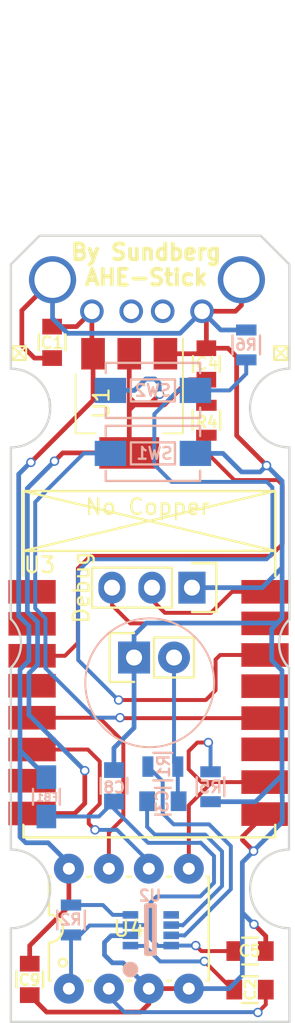
<source format=kicad_pcb>
(kicad_pcb (version 4) (host pcbnew 4.0.4-stable)

  (general
    (links 50)
    (no_connects 0)
    (area 140.549999 39.424999 171.43 104.750002)
    (thickness 1.6)
    (drawings 37)
    (tracks 314)
    (zones 0)
    (modules 22)
    (nets 19)
  )

  (page A4)
  (layers
    (0 F.Cu signal)
    (31 B.Cu signal)
    (32 B.Adhes user)
    (33 F.Adhes user)
    (34 B.Paste user)
    (35 F.Paste user)
    (36 B.SilkS user)
    (37 F.SilkS user)
    (38 B.Mask user)
    (39 F.Mask user)
    (40 Dwgs.User user)
    (41 Cmts.User user)
    (42 Eco1.User user)
    (43 Eco2.User user)
    (44 Edge.Cuts user)
    (45 Margin user)
    (46 B.CrtYd user)
    (47 F.CrtYd user)
    (48 B.Fab user)
    (49 F.Fab user hide)
  )

  (setup
    (last_trace_width 0.25)
    (trace_clearance 0.2)
    (zone_clearance 0.508)
    (zone_45_only yes)
    (trace_min 0.2)
    (segment_width 0.127)
    (edge_width 0.15)
    (via_size 0.6)
    (via_drill 0.4)
    (via_min_size 0.4)
    (via_min_drill 0.3)
    (uvia_size 0.3)
    (uvia_drill 0.1)
    (uvias_allowed no)
    (uvia_min_size 0.2)
    (uvia_min_drill 0.1)
    (pcb_text_width 0.3)
    (pcb_text_size 1.5 1.5)
    (mod_edge_width 0.15)
    (mod_text_size 1 1)
    (mod_text_width 0.15)
    (pad_size 3 1.5)
    (pad_drill 0)
    (pad_to_mask_clearance 0.2)
    (aux_axis_origin 0 0)
    (visible_elements 7FFEFFFF)
    (pcbplotparams
      (layerselection 0x01030_80000001)
      (usegerberextensions false)
      (excludeedgelayer true)
      (linewidth 0.100000)
      (plotframeref false)
      (viasonmask false)
      (mode 1)
      (useauxorigin false)
      (hpglpennumber 1)
      (hpglpenspeed 20)
      (hpglpendiameter 15)
      (hpglpenoverlay 2)
      (psnegative false)
      (psa4output false)
      (plotreference true)
      (plotvalue true)
      (plotinvisibletext false)
      (padsonsilk false)
      (subtractmaskfromsilk false)
      (outputformat 1)
      (mirror false)
      (drillshape 0)
      (scaleselection 1)
      (outputdirectory ""))
  )

  (net 0 "")
  (net 1 GND)
  (net 2 "Net-(C2-Pad1)")
  (net 3 "Net-(C3-Pad1)")
  (net 4 VCC)
  (net 5 ANALOG)
  (net 6 "Net-(P3-Pad2)")
  (net 7 "Net-(P3-Pad3)")
  (net 8 "Net-(R1-Pad1)")
  (net 9 "Net-(R4-Pad1)")
  (net 10 SS)
  (net 11 "Net-(R6-Pad2)")
  (net 12 "Net-(SW1-Pad1)")
  (net 13 MISO)
  (net 14 SCLK)
  (net 15 +5V)
  (net 16 "Net-(C3-Pad2)")
  (net 17 "Net-(C5-Pad2)")
  (net 18 "Net-(R2-Pad2)")

  (net_class Default "This is the default net class."
    (clearance 0.2)
    (trace_width 0.25)
    (via_dia 0.6)
    (via_drill 0.4)
    (uvia_dia 0.3)
    (uvia_drill 0.1)
    (add_net ANALOG)
    (add_net MISO)
    (add_net "Net-(C2-Pad1)")
    (add_net "Net-(C3-Pad1)")
    (add_net "Net-(C3-Pad2)")
    (add_net "Net-(C5-Pad2)")
    (add_net "Net-(P3-Pad2)")
    (add_net "Net-(P3-Pad3)")
    (add_net "Net-(R1-Pad1)")
    (add_net "Net-(R2-Pad2)")
    (add_net "Net-(R4-Pad1)")
    (add_net "Net-(R6-Pad2)")
    (add_net "Net-(SW1-Pad1)")
    (add_net SCLK)
    (add_net SS)
  )

  (net_class Power ""
    (clearance 0.2)
    (trace_width 0.3)
    (via_dia 0.6)
    (via_drill 0.4)
    (uvia_dia 0.3)
    (uvia_drill 0.1)
    (add_net +5V)
    (add_net GND)
    (add_net VCC)
  )

  (module ASKicadLib:ESP-07_AS (layer F.Cu) (tedit 584EEA4B) (tstamp 584B2C25)
    (at 143.95 77.225)
    (descr "Module, ESP-8266, ESP-07v2, 16 pad, SMD")
    (tags "Module ESP-8266 ESP8266")
    (path /58495FE2)
    (fp_text reference U3 (at 0.025 -1.7 180) (layer F.SilkS)
      (effects (font (size 1 1) (thickness 0.15)))
    )
    (fp_text value ESP-07v2 (at 7.25 2.25) (layer F.Fab)
      (effects (font (size 1 1) (thickness 0.15)))
    )
    (fp_line (start -2.25 -0.5) (end -2.25 -6.65) (layer F.CrtYd) (width 0.05))
    (fp_line (start -2.25 -6.65) (end 16.25 -6.65) (layer F.CrtYd) (width 0.05))
    (fp_line (start 16.25 -6.65) (end 16.25 16) (layer F.CrtYd) (width 0.05))
    (fp_line (start 16.25 16) (end -2.25 16) (layer F.CrtYd) (width 0.05))
    (fp_line (start -2.25 16) (end -2.25 -0.5) (layer F.CrtYd) (width 0.05))
    (fp_line (start -1 -6.4) (end 15 -6.4) (layer F.SilkS) (width 0.1524))
    (fp_line (start 15 -6.4) (end 15 -1) (layer F.SilkS) (width 0.1524))
    (fp_line (start -1 -6.4) (end -1 -1) (layer F.SilkS) (width 0.1524))
    (fp_line (start -1 14.8) (end -1 15.6) (layer F.SilkS) (width 0.1524))
    (fp_line (start -1 15.6) (end 15 15.6) (layer F.SilkS) (width 0.1524))
    (fp_line (start 15 15.6) (end 15 14.8) (layer F.SilkS) (width 0.1524))
    (fp_line (start 15 -6.4) (end -1 -2.6) (layer F.SilkS) (width 0.1524))
    (fp_line (start -1 -6.4) (end 15 -2.6) (layer F.SilkS) (width 0.1524))
    (fp_text user "No Copper" (at 6.892 -5.4) (layer F.SilkS)
      (effects (font (size 1 1) (thickness 0.15)))
    )
    (fp_line (start -1.008 -2.6) (end 14.992 -2.6) (layer F.SilkS) (width 0.1524))
    (fp_line (start 15 -6.4) (end 15 15.6) (layer F.Fab) (width 0.05))
    (fp_line (start 15 15.6) (end -1 15.6) (layer F.Fab) (width 0.05))
    (fp_line (start -1.008 15.6) (end -1.008 -6.4) (layer F.Fab) (width 0.05))
    (fp_line (start -1 -6.4) (end 15 -6.4) (layer F.Fab) (width 0.05))
    (pad 9 smd rect (at 13.65 14.1224) (size 3 1.5) (drill (offset 0.7 0)) (layers F.Cu F.Paste F.Mask)
      (net 1 GND))
    (pad 10 smd rect (at 13.65 12.0904) (size 3 1.5) (drill (offset 0.7 0)) (layers F.Cu F.Paste F.Mask)
      (net 10 SS))
    (pad 11 smd rect (at 13.65 10.0076) (size 3 1.5) (drill (offset 0.7 0)) (layers F.Cu F.Paste F.Mask))
    (pad 12 smd rect (at 13.65 8.0264) (size 3 1.5) (drill (offset 0.7 0)) (layers F.Cu F.Paste F.Mask)
      (net 12 "Net-(SW1-Pad1)"))
    (pad 13 smd rect (at 13.65 5.9944) (size 3 1.5) (drill (offset 0.7 0)) (layers F.Cu F.Paste F.Mask))
    (pad 14 smd rect (at 13.65 4.0132) (size 3 1.5) (drill (offset 0.7 0)) (layers F.Cu F.Paste F.Mask)
      (net 11 "Net-(R6-Pad2)"))
    (pad 15 smd rect (at 13.65 2.0066) (size 3 1.5) (drill (offset 0.7 0)) (layers F.Cu F.Paste F.Mask)
      (net 7 "Net-(P3-Pad3)"))
    (pad 8 smd rect (at 0.25 14.0843) (size 3 1.5) (drill (offset -0.7 0)) (layers F.Cu F.Paste F.Mask)
      (net 4 VCC))
    (pad 7 smd rect (at 0.25 12.0015) (size 3 1.5) (drill (offset -0.7 0)) (layers F.Cu F.Paste F.Mask))
    (pad 6 smd rect (at 0.25 10.0203) (size 3 1.5) (drill (offset -0.7 0)) (layers F.Cu F.Paste F.Mask)
      (net 13 MISO))
    (pad 5 smd rect (at 0.25 8.001) (size 3 1.5) (drill (offset -0.7 0)) (layers F.Cu F.Paste F.Mask)
      (net 14 SCLK))
    (pad 4 smd rect (at 0.25 5.969) (size 3 1.5) (drill (offset -0.7 0)) (layers F.Cu F.Paste F.Mask))
    (pad 3 smd rect (at 0.25 4.064) (size 3 1.5) (drill (offset -0.7 0)) (layers F.Cu F.Paste F.Mask)
      (net 9 "Net-(R4-Pad1)"))
    (pad 2 smd rect (at 0.25 2.032) (size 3 1.5) (drill (offset -0.7 0)) (layers F.Cu F.Paste F.Mask))
    (pad 1 smd rect (at 0.25 0) (size 3 1.5) (drill (offset -0.7 0)) (layers F.Cu F.Paste F.Mask))
    (pad 16 smd rect (at 13.65 0) (size 3 1.5) (drill (offset 0.7 0)) (layers F.Cu F.Paste F.Mask)
      (net 6 "Net-(P3-Pad2)"))
    (model ${ESPLIB}/ESP8266.3dshapes/ESP-07v2.wrl
      (at (xyz 0 0 0))
      (scale (xyz 0.3937 0.3937 0.3937))
      (rotate (xyz 0 0 0))
    )
  )

  (module ASKicadLib:USB_A_AS (layer F.Cu) (tedit 584E855C) (tstamp 584D989A)
    (at 150.8 49.1)
    (descr "USB A AS")
    (tags "USB USB_A")
    (path /58495BE0)
    (fp_text reference P1 (at -0.05 8.69) (layer F.SilkS) hide
      (effects (font (size 1 1) (thickness 0.15)))
    )
    (fp_text value USB_B (at 0.2 8.1) (layer F.Fab)
      (effects (font (size 1 1) (thickness 0.15)))
    )
    (fp_line (start -6 5.5) (end 6 5.5) (layer F.CrtYd) (width 0.15))
    (fp_line (start -6 -9.4) (end -6 9.4) (layer F.CrtYd) (width 0.15))
    (fp_line (start -6 9.4) (end 6 9.4) (layer F.CrtYd) (width 0.15))
    (fp_line (start 6 9.4) (end 6 -9.4) (layer F.CrtYd) (width 0.15))
    (fp_line (start 6 -9.4) (end -6 -9.4) (layer F.CrtYd) (width 0.15))
    (pad 4 thru_hole circle (at 3.5 10.3 270) (size 1.50114 1.50114) (drill 1.00076) (layers *.Cu *.Mask)
      (net 1 GND))
    (pad 3 thru_hole circle (at 1 10.3 270) (size 1.50114 1.50114) (drill 1.00076) (layers *.Cu *.Mask))
    (pad 2 thru_hole circle (at -1 10.3 270) (size 1.50114 1.50114) (drill 1.00076) (layers *.Cu *.Mask))
    (pad 1 thru_hole circle (at -3.5 10.3 270) (size 1.50114 1.50114) (drill 1.00076) (layers *.Cu *.Mask)
      (net 15 +5V))
    (pad 5 thru_hole circle (at 6 8.3 270) (size 2.99974 2.99974) (drill 2.30124) (layers *.Cu *.Mask)
      (net 1 GND))
    (pad 5 thru_hole circle (at -6 8.3 270) (size 2.99974 2.99974) (drill 2.30124) (layers *.Cu *.Mask)
      (net 1 GND))
    (model Connect.3dshapes/USB_A.wrl
      (at (xyz 0.14 0 0))
      (scale (xyz 1 1 1))
      (rotate (xyz 0 0 90))
    )
  )

  (module TO_SOT_Packages_SMD:SOT-223 (layer F.Cu) (tedit 584D9980) (tstamp 584B2BF6)
    (at 149.675 65.25 270)
    (descr "module CMS SOT223 4 pins")
    (tags "CMS SOT")
    (path /58495D09)
    (attr smd)
    (fp_text reference U1 (at 0 1.775 270) (layer F.SilkS)
      (effects (font (size 1 1) (thickness 0.15)))
    )
    (fp_text value LM1117-3.3 (at -16.525 0.85 360) (layer F.Fab)
      (effects (font (size 1 1) (thickness 0.15)))
    )
    (fp_line (start 1.91 3.41) (end 1.91 2.15) (layer F.SilkS) (width 0.12))
    (fp_line (start 1.91 -3.41) (end 1.91 -2.15) (layer F.SilkS) (width 0.12))
    (fp_line (start 4.4 -3.6) (end -4.4 -3.6) (layer F.CrtYd) (width 0.05))
    (fp_line (start 4.4 3.6) (end 4.4 -3.6) (layer F.CrtYd) (width 0.05))
    (fp_line (start -4.4 3.6) (end 4.4 3.6) (layer F.CrtYd) (width 0.05))
    (fp_line (start -4.4 -3.6) (end -4.4 3.6) (layer F.CrtYd) (width 0.05))
    (fp_line (start -1.85 -3.35) (end -1.85 3.35) (layer F.Fab) (width 0.15))
    (fp_line (start -1.85 3.41) (end 1.91 3.41) (layer F.SilkS) (width 0.12))
    (fp_line (start -1.85 -3.35) (end 1.85 -3.35) (layer F.Fab) (width 0.15))
    (fp_line (start -4.1 -3.41) (end 1.91 -3.41) (layer F.SilkS) (width 0.12))
    (fp_line (start -1.85 3.35) (end 1.85 3.35) (layer F.Fab) (width 0.15))
    (fp_line (start 1.85 -3.35) (end 1.85 3.35) (layer F.Fab) (width 0.15))
    (pad 4 smd rect (at 3.15 0 270) (size 2 3.8) (layers F.Cu F.Paste F.Mask)
      (net 4 VCC))
    (pad 2 smd rect (at -3.15 0 270) (size 2 1.5) (layers F.Cu F.Paste F.Mask)
      (net 4 VCC))
    (pad 3 smd rect (at -3.15 2.3 270) (size 2 1.5) (layers F.Cu F.Paste F.Mask)
      (net 15 +5V))
    (pad 1 smd rect (at -3.15 -2.3 270) (size 2 1.5) (layers F.Cu F.Paste F.Mask)
      (net 1 GND))
    (model TO_SOT_Packages_SMD.3dshapes/SOT-223.wrl
      (at (xyz 0 0 0))
      (scale (xyz 0.4 0.4 0.4))
      (rotate (xyz 0 0 90))
    )
  )

  (module Capacitors_SMD:C_0805 (layer F.Cu) (tedit 584D9989) (tstamp 584B2B6F)
    (at 144.775 61.375 270)
    (descr "Capacitor SMD 0805, reflow soldering, AVX (see smccp.pdf)")
    (tags "capacitor 0805")
    (path /58496BB4)
    (attr smd)
    (fp_text reference C1 (at 0.025 0 360) (layer F.SilkS)
      (effects (font (size 0.75 0.75) (thickness 0.15)))
    )
    (fp_text value 0,1 (at 0.075 0 270) (layer F.Fab)
      (effects (font (size 1 1) (thickness 0.15)))
    )
    (fp_line (start -1 0.625) (end -1 -0.625) (layer F.Fab) (width 0.15))
    (fp_line (start 1 0.625) (end -1 0.625) (layer F.Fab) (width 0.15))
    (fp_line (start 1 -0.625) (end 1 0.625) (layer F.Fab) (width 0.15))
    (fp_line (start -1 -0.625) (end 1 -0.625) (layer F.Fab) (width 0.15))
    (fp_line (start -1.8 -1) (end 1.8 -1) (layer F.CrtYd) (width 0.05))
    (fp_line (start -1.8 1) (end 1.8 1) (layer F.CrtYd) (width 0.05))
    (fp_line (start -1.8 -1) (end -1.8 1) (layer F.CrtYd) (width 0.05))
    (fp_line (start 1.8 -1) (end 1.8 1) (layer F.CrtYd) (width 0.05))
    (fp_line (start 0.5 -0.85) (end -0.5 -0.85) (layer F.SilkS) (width 0.15))
    (fp_line (start -0.5 0.85) (end 0.5 0.85) (layer F.SilkS) (width 0.15))
    (pad 1 smd rect (at -1 0 270) (size 1 1.25) (layers F.Cu F.Paste F.Mask)
      (net 15 +5V))
    (pad 2 smd rect (at 1 0 270) (size 1 1.25) (layers F.Cu F.Paste F.Mask)
      (net 1 GND))
    (model Capacitors_SMD.3dshapes/C_0805.wrl
      (at (xyz 0 0 0))
      (scale (xyz 1 1 1))
      (rotate (xyz 0 0 0))
    )
  )

  (module Power_Integrations:PDIP-8 (layer F.Cu) (tedit 0) (tstamp 584B30D3)
    (at 149.65 98.625)
    (descr "PDIP-8 Standard 300mil 8pin Dual In Line Package")
    (tags "Power Integrations P Package")
    (path /58495F1E)
    (fp_text reference U4 (at 0 0) (layer F.SilkS)
      (effects (font (size 1 1) (thickness 0.15)))
    )
    (fp_text value MCP3201 (at 0 0) (layer F.Fab)
      (effects (font (size 1 1) (thickness 0.15)))
    )
    (fp_line (start -5.08 0.889) (end -5.08 3.302) (layer F.SilkS) (width 0.15))
    (fp_line (start -5.08 -0.889) (end -5.08 -3.302) (layer F.SilkS) (width 0.15))
    (fp_arc (start -5.08 0) (end -4.191 0) (angle 90) (layer F.SilkS) (width 0.15))
    (fp_arc (start -5.08 0) (end -5.08 -0.889) (angle 90) (layer F.SilkS) (width 0.15))
    (fp_circle (center -4.191 2.159) (end -3.937 2.159) (layer F.SilkS) (width 0.15))
    (fp_line (start 5.08 3.302) (end 4.953 3.302) (layer F.SilkS) (width 0.15))
    (fp_line (start 2.413 3.302) (end 2.667 3.302) (layer F.SilkS) (width 0.15))
    (fp_line (start -0.127 3.302) (end 0.127 3.302) (layer F.SilkS) (width 0.15))
    (fp_line (start -2.667 3.302) (end -2.413 3.302) (layer F.SilkS) (width 0.15))
    (fp_line (start -5.08 3.302) (end -4.953 3.302) (layer F.SilkS) (width 0.15))
    (fp_line (start -5.08 -3.302) (end -4.953 -3.302) (layer F.SilkS) (width 0.15))
    (fp_line (start 5.08 -3.302) (end 4.953 -3.302) (layer F.SilkS) (width 0.15))
    (fp_line (start 2.413 -3.302) (end 2.667 -3.302) (layer F.SilkS) (width 0.15))
    (fp_line (start -0.127 -3.302) (end 0.127 -3.302) (layer F.SilkS) (width 0.15))
    (fp_line (start -2.667 -3.302) (end -2.413 -3.302) (layer F.SilkS) (width 0.15))
    (fp_line (start 5.08 3.302) (end 5.08 -3.302) (layer F.SilkS) (width 0.15))
    (pad 1 thru_hole circle (at -3.81 3.81) (size 1.905 1.905) (drill 0.762) (layers *.Cu *.Mask)
      (net 17 "Net-(C5-Pad2)"))
    (pad 2 thru_hole circle (at -1.27 3.81) (size 1.905 1.905) (drill 0.762) (layers *.Cu *.Mask)
      (net 5 ANALOG))
    (pad 3 thru_hole circle (at 1.27 3.81) (size 1.905 1.905) (drill 0.762) (layers *.Cu *.Mask)
      (net 1 GND))
    (pad 4 thru_hole circle (at 3.81 3.81) (size 1.905 1.905) (drill 0.762) (layers *.Cu *.Mask)
      (net 1 GND))
    (pad 5 thru_hole circle (at 3.81 -3.81) (size 1.905 1.905) (drill 0.762) (layers *.Cu *.Mask)
      (net 10 SS))
    (pad 6 thru_hole circle (at 1.27 -3.81) (size 1.905 1.905) (drill 0.762) (layers *.Cu *.Mask)
      (net 13 MISO))
    (pad 7 thru_hole circle (at -1.27 -3.81) (size 1.905 1.905) (drill 0.762) (layers *.Cu *.Mask)
      (net 14 SCLK))
    (pad 8 thru_hole circle (at -3.81 -3.81) (size 1.905 1.905) (drill 0.762) (layers *.Cu *.Mask)
      (net 15 +5V))
  )

  (module Capacitors_SMD:C_0805 (layer F.Cu) (tedit 584E6F1D) (tstamp 584B2B75)
    (at 157.35 102.5)
    (descr "Capacitor SMD 0805, reflow soldering, AVX (see smccp.pdf)")
    (tags "capacitor 0805")
    (path /584C93B0)
    (attr smd)
    (fp_text reference C2 (at 0.025 0.01 90) (layer F.SilkS)
      (effects (font (size 0.7 0.7) (thickness 0.15)))
    )
    (fp_text value 0,1 (at 0.05 -0.05) (layer F.Fab) hide
      (effects (font (size 1 1) (thickness 0.15)))
    )
    (fp_line (start -1 0.625) (end -1 -0.625) (layer F.Fab) (width 0.15))
    (fp_line (start 1 0.625) (end -1 0.625) (layer F.Fab) (width 0.15))
    (fp_line (start 1 -0.625) (end 1 0.625) (layer F.Fab) (width 0.15))
    (fp_line (start -1 -0.625) (end 1 -0.625) (layer F.Fab) (width 0.15))
    (fp_line (start -1.8 -1) (end 1.8 -1) (layer F.CrtYd) (width 0.05))
    (fp_line (start -1.8 1) (end 1.8 1) (layer F.CrtYd) (width 0.05))
    (fp_line (start -1.8 -1) (end -1.8 1) (layer F.CrtYd) (width 0.05))
    (fp_line (start 1.8 -1) (end 1.8 1) (layer F.CrtYd) (width 0.05))
    (fp_line (start 0.5 -0.85) (end -0.5 -0.85) (layer F.SilkS) (width 0.15))
    (fp_line (start -0.5 0.85) (end 0.5 0.85) (layer F.SilkS) (width 0.15))
    (pad 1 smd rect (at -1 0) (size 1 1.25) (layers F.Cu F.Paste F.Mask)
      (net 2 "Net-(C2-Pad1)"))
    (pad 2 smd rect (at 1 0) (size 1 1.25) (layers F.Cu F.Paste F.Mask)
      (net 5 ANALOG))
    (model Capacitors_SMD.3dshapes/C_0805.wrl
      (at (xyz 0 0 0))
      (scale (xyz 1 1 1))
      (rotate (xyz 0 0 0))
    )
  )

  (module Capacitors_SMD:C_0805 (layer B.Cu) (tedit 584DCAA0) (tstamp 584B2B7B)
    (at 151.81 90.53 180)
    (descr "Capacitor SMD 0805, reflow soldering, AVX (see smccp.pdf)")
    (tags "capacitor 0805")
    (path /584C9919)
    (attr smd)
    (fp_text reference C3 (at 0.05 0 270) (layer B.SilkS)
      (effects (font (size 0.75 0.75) (thickness 0.15)) (justify mirror))
    )
    (fp_text value 0,1 (at 0 -2.1 180) (layer B.Fab)
      (effects (font (size 1 1) (thickness 0.15)) (justify mirror))
    )
    (fp_line (start -1 -0.625) (end -1 0.625) (layer B.Fab) (width 0.15))
    (fp_line (start 1 -0.625) (end -1 -0.625) (layer B.Fab) (width 0.15))
    (fp_line (start 1 0.625) (end 1 -0.625) (layer B.Fab) (width 0.15))
    (fp_line (start -1 0.625) (end 1 0.625) (layer B.Fab) (width 0.15))
    (fp_line (start -1.8 1) (end 1.8 1) (layer B.CrtYd) (width 0.05))
    (fp_line (start -1.8 -1) (end 1.8 -1) (layer B.CrtYd) (width 0.05))
    (fp_line (start -1.8 1) (end -1.8 -1) (layer B.CrtYd) (width 0.05))
    (fp_line (start 1.8 1) (end 1.8 -1) (layer B.CrtYd) (width 0.05))
    (fp_line (start 0.5 0.85) (end -0.5 0.85) (layer B.SilkS) (width 0.15))
    (fp_line (start -0.5 -0.85) (end 0.5 -0.85) (layer B.SilkS) (width 0.15))
    (pad 1 smd rect (at -1 0 180) (size 1 1.25) (layers B.Cu B.Paste B.Mask)
      (net 3 "Net-(C3-Pad1)"))
    (pad 2 smd rect (at 1 0 180) (size 1 1.25) (layers B.Cu B.Paste B.Mask)
      (net 16 "Net-(C3-Pad2)"))
    (model Capacitors_SMD.3dshapes/C_0805.wrl
      (at (xyz 0 0 0))
      (scale (xyz 1 1 1))
      (rotate (xyz 0 0 0))
    )
  )

  (module Capacitors_SMD:C_0805 (layer F.Cu) (tedit 584D9973) (tstamp 584B2B81)
    (at 154.575 62.75 90)
    (descr "Capacitor SMD 0805, reflow soldering, AVX (see smccp.pdf)")
    (tags "capacitor 0805")
    (path /58496C2E)
    (attr smd)
    (fp_text reference C4 (at 0.025 0.05 180) (layer F.SilkS)
      (effects (font (size 0.75 0.75) (thickness 0.125)))
    )
    (fp_text value 10 (at -0.125 0.05 90) (layer F.Fab)
      (effects (font (size 1 1) (thickness 0.15)))
    )
    (fp_line (start -1 0.625) (end -1 -0.625) (layer F.Fab) (width 0.15))
    (fp_line (start 1 0.625) (end -1 0.625) (layer F.Fab) (width 0.15))
    (fp_line (start 1 -0.625) (end 1 0.625) (layer F.Fab) (width 0.15))
    (fp_line (start -1 -0.625) (end 1 -0.625) (layer F.Fab) (width 0.15))
    (fp_line (start -1.8 -1) (end 1.8 -1) (layer F.CrtYd) (width 0.05))
    (fp_line (start -1.8 1) (end 1.8 1) (layer F.CrtYd) (width 0.05))
    (fp_line (start -1.8 -1) (end -1.8 1) (layer F.CrtYd) (width 0.05))
    (fp_line (start 1.8 -1) (end 1.8 1) (layer F.CrtYd) (width 0.05))
    (fp_line (start 0.5 -0.85) (end -0.5 -0.85) (layer F.SilkS) (width 0.15))
    (fp_line (start -0.5 0.85) (end 0.5 0.85) (layer F.SilkS) (width 0.15))
    (pad 1 smd rect (at -1 0 90) (size 1 1.25) (layers F.Cu F.Paste F.Mask)
      (net 4 VCC))
    (pad 2 smd rect (at 1 0 90) (size 1 1.25) (layers F.Cu F.Paste F.Mask)
      (net 1 GND))
    (model Capacitors_SMD.3dshapes/C_0805.wrl
      (at (xyz 0 0 0))
      (scale (xyz 1 1 1))
      (rotate (xyz 0 0 0))
    )
  )

  (module Capacitors_SMD:C_0805 (layer F.Cu) (tedit 584E7050) (tstamp 584B2B87)
    (at 157.35 100.05 180)
    (descr "Capacitor SMD 0805, reflow soldering, AVX (see smccp.pdf)")
    (tags "capacitor 0805")
    (path /584C9688)
    (attr smd)
    (fp_text reference C5 (at 0.03 0.01 360) (layer F.SilkS)
      (effects (font (size 0.7 0.7) (thickness 0.15)))
    )
    (fp_text value 0,1 (at 0 2.1 180) (layer F.Fab)
      (effects (font (size 1 1) (thickness 0.15)))
    )
    (fp_line (start -1 0.625) (end -1 -0.625) (layer F.Fab) (width 0.15))
    (fp_line (start 1 0.625) (end -1 0.625) (layer F.Fab) (width 0.15))
    (fp_line (start 1 -0.625) (end 1 0.625) (layer F.Fab) (width 0.15))
    (fp_line (start -1 -0.625) (end 1 -0.625) (layer F.Fab) (width 0.15))
    (fp_line (start -1.8 -1) (end 1.8 -1) (layer F.CrtYd) (width 0.05))
    (fp_line (start -1.8 1) (end 1.8 1) (layer F.CrtYd) (width 0.05))
    (fp_line (start -1.8 -1) (end -1.8 1) (layer F.CrtYd) (width 0.05))
    (fp_line (start 1.8 -1) (end 1.8 1) (layer F.CrtYd) (width 0.05))
    (fp_line (start 0.5 -0.85) (end -0.5 -0.85) (layer F.SilkS) (width 0.15))
    (fp_line (start -0.5 0.85) (end 0.5 0.85) (layer F.SilkS) (width 0.15))
    (pad 1 smd rect (at -1 0 180) (size 1 1.25) (layers F.Cu F.Paste F.Mask)
      (net 1 GND))
    (pad 2 smd rect (at 1 0 180) (size 1 1.25) (layers F.Cu F.Paste F.Mask)
      (net 17 "Net-(C5-Pad2)"))
    (model Capacitors_SMD.3dshapes/C_0805.wrl
      (at (xyz 0 0 0))
      (scale (xyz 1 1 1))
      (rotate (xyz 0 0 0))
    )
  )

  (module Capacitors_SMD:C_0805 (layer B.Cu) (tedit 584EE22C) (tstamp 584B2B99)
    (at 148.7 89.55 270)
    (descr "Capacitor SMD 0805, reflow soldering, AVX (see smccp.pdf)")
    (tags "capacitor 0805")
    (path /58499029)
    (attr smd)
    (fp_text reference C8 (at 0.105 -0.02 360) (layer B.SilkS)
      (effects (font (size 0.7 0.7) (thickness 0.15)) (justify mirror))
    )
    (fp_text value 0,1 (at 0 -2.1 270) (layer B.Fab)
      (effects (font (size 1 1) (thickness 0.15)) (justify mirror))
    )
    (fp_line (start -1 -0.625) (end -1 0.625) (layer B.Fab) (width 0.15))
    (fp_line (start 1 -0.625) (end -1 -0.625) (layer B.Fab) (width 0.15))
    (fp_line (start 1 0.625) (end 1 -0.625) (layer B.Fab) (width 0.15))
    (fp_line (start -1 0.625) (end 1 0.625) (layer B.Fab) (width 0.15))
    (fp_line (start -1.8 1) (end 1.8 1) (layer B.CrtYd) (width 0.05))
    (fp_line (start -1.8 -1) (end 1.8 -1) (layer B.CrtYd) (width 0.05))
    (fp_line (start -1.8 1) (end -1.8 -1) (layer B.CrtYd) (width 0.05))
    (fp_line (start 1.8 1) (end 1.8 -1) (layer B.CrtYd) (width 0.05))
    (fp_line (start 0.5 0.85) (end -0.5 0.85) (layer B.SilkS) (width 0.15))
    (fp_line (start -0.5 -0.85) (end 0.5 -0.85) (layer B.SilkS) (width 0.15))
    (pad 1 smd rect (at -1 0 270) (size 1 1.25) (layers B.Cu B.Paste B.Mask)
      (net 1 GND))
    (pad 2 smd rect (at 1 0 270) (size 1 1.25) (layers B.Cu B.Paste B.Mask)
      (net 17 "Net-(C5-Pad2)"))
    (model Capacitors_SMD.3dshapes/C_0805.wrl
      (at (xyz 0 0 0))
      (scale (xyz 1 1 1))
      (rotate (xyz 0 0 0))
    )
  )

  (module Capacitors_SMD:C_0805 (layer F.Cu) (tedit 584E6F14) (tstamp 584B2B9F)
    (at 143.35 101.85 90)
    (descr "Capacitor SMD 0805, reflow soldering, AVX (see smccp.pdf)")
    (tags "capacitor 0805")
    (path /584989F9)
    (attr smd)
    (fp_text reference C9 (at -0.035 -0.01 180) (layer F.SilkS)
      (effects (font (size 0.7 0.7) (thickness 0.15)))
    )
    (fp_text value 0,1 (at 0 2.1 90) (layer F.Fab)
      (effects (font (size 1 1) (thickness 0.15)))
    )
    (fp_line (start -1 0.625) (end -1 -0.625) (layer F.Fab) (width 0.15))
    (fp_line (start 1 0.625) (end -1 0.625) (layer F.Fab) (width 0.15))
    (fp_line (start 1 -0.625) (end 1 0.625) (layer F.Fab) (width 0.15))
    (fp_line (start -1 -0.625) (end 1 -0.625) (layer F.Fab) (width 0.15))
    (fp_line (start -1.8 -1) (end 1.8 -1) (layer F.CrtYd) (width 0.05))
    (fp_line (start -1.8 1) (end 1.8 1) (layer F.CrtYd) (width 0.05))
    (fp_line (start -1.8 -1) (end -1.8 1) (layer F.CrtYd) (width 0.05))
    (fp_line (start 1.8 -1) (end 1.8 1) (layer F.CrtYd) (width 0.05))
    (fp_line (start 0.5 -0.85) (end -0.5 -0.85) (layer F.SilkS) (width 0.15))
    (fp_line (start -0.5 0.85) (end 0.5 0.85) (layer F.SilkS) (width 0.15))
    (pad 1 smd rect (at -1 0 90) (size 1 1.25) (layers F.Cu F.Paste F.Mask)
      (net 1 GND))
    (pad 2 smd rect (at 1 0 90) (size 1 1.25) (layers F.Cu F.Paste F.Mask)
      (net 15 +5V))
    (model Capacitors_SMD.3dshapes/C_0805.wrl
      (at (xyz 0 0 0))
      (scale (xyz 1 1 1))
      (rotate (xyz 0 0 0))
    )
  )

  (module Capacitors_SMD:C_0805_HandSoldering (layer B.Cu) (tedit 584E6F0A) (tstamp 584B2BA5)
    (at 144.41 90.25 90)
    (descr "Capacitor SMD 0805, hand soldering")
    (tags "capacitor 0805")
    (path /5849DA18)
    (attr smd)
    (fp_text reference FB1 (at -0.035 0.045 180) (layer B.SilkS)
      (effects (font (size 0.5 0.5) (thickness 0.125)) (justify mirror))
    )
    (fp_text value FERRITE (at 0 -2.1 90) (layer B.Fab)
      (effects (font (size 1 1) (thickness 0.15)) (justify mirror))
    )
    (fp_line (start -1 -0.625) (end -1 0.625) (layer B.Fab) (width 0.15))
    (fp_line (start 1 -0.625) (end -1 -0.625) (layer B.Fab) (width 0.15))
    (fp_line (start 1 0.625) (end 1 -0.625) (layer B.Fab) (width 0.15))
    (fp_line (start -1 0.625) (end 1 0.625) (layer B.Fab) (width 0.15))
    (fp_line (start -2.3 1) (end 2.3 1) (layer B.CrtYd) (width 0.05))
    (fp_line (start -2.3 -1) (end 2.3 -1) (layer B.CrtYd) (width 0.05))
    (fp_line (start -2.3 1) (end -2.3 -1) (layer B.CrtYd) (width 0.05))
    (fp_line (start 2.3 1) (end 2.3 -1) (layer B.CrtYd) (width 0.05))
    (fp_line (start 0.5 0.85) (end -0.5 0.85) (layer B.SilkS) (width 0.15))
    (fp_line (start -0.5 -0.85) (end 0.5 -0.85) (layer B.SilkS) (width 0.15))
    (pad 1 smd rect (at -1.25 0 90) (size 1.5 1.25) (layers B.Cu B.Paste B.Mask)
      (net 17 "Net-(C5-Pad2)"))
    (pad 2 smd rect (at 1.25 0 90) (size 1.5 1.25) (layers B.Cu B.Paste B.Mask)
      (net 15 +5V))
    (model Capacitors_SMD.3dshapes/C_0805_HandSoldering.wrl
      (at (xyz 0 0 0))
      (scale (xyz 1 1 1))
      (rotate (xyz 0 0 0))
    )
  )

  (module Socket_Strips:Socket_Strip_Straight_1x02 (layer F.Cu) (tedit 584DCAB4) (tstamp 584B2BB5)
    (at 149.98 81.4)
    (descr "Through hole socket strip")
    (tags "socket strip")
    (path /58497FE6)
    (fp_text reference P2 (at 20.375 -0.525 90) (layer F.SilkS) hide
      (effects (font (size 1 1) (thickness 0.15)))
    )
    (fp_text value MIC (at 0 -3.1) (layer F.Fab)
      (effects (font (size 1 1) (thickness 0.15)))
    )
    (fp_line (start -1.55 1.55) (end 0 1.55) (layer F.SilkS) (width 0.15))
    (fp_line (start 3.81 1.27) (end 1.27 1.27) (layer F.SilkS) (width 0.15))
    (fp_line (start -1.75 -1.75) (end -1.75 1.75) (layer F.CrtYd) (width 0.05))
    (fp_line (start 4.3 -1.75) (end 4.3 1.75) (layer F.CrtYd) (width 0.05))
    (fp_line (start -1.75 -1.75) (end 4.3 -1.75) (layer F.CrtYd) (width 0.05))
    (fp_line (start -1.75 1.75) (end 4.3 1.75) (layer F.CrtYd) (width 0.05))
    (fp_line (start 1.27 1.27) (end 1.27 -1.27) (layer F.SilkS) (width 0.15))
    (fp_line (start 0 -1.55) (end -1.55 -1.55) (layer F.SilkS) (width 0.15))
    (fp_line (start -1.55 -1.55) (end -1.55 1.55) (layer F.SilkS) (width 0.15))
    (fp_line (start 1.27 -1.27) (end 3.81 -1.27) (layer F.SilkS) (width 0.15))
    (fp_line (start 3.81 -1.27) (end 3.81 1.27) (layer F.SilkS) (width 0.15))
    (pad 1 thru_hole rect (at 0 0) (size 2.032 2.032) (drill 1.016) (layers *.Cu *.Mask)
      (net 1 GND))
    (pad 2 thru_hole oval (at 2.54 0) (size 2.032 2.032) (drill 1.016) (layers *.Cu *.Mask)
      (net 3 "Net-(C3-Pad1)"))
    (model Socket_Strips.3dshapes/Socket_Strip_Straight_1x02.wrl
      (at (xyz 0.05 0 0))
      (scale (xyz 1 1 1))
      (rotate (xyz 0 0 180))
    )
  )

  (module Socket_Strips:Socket_Strip_Straight_1x03 (layer F.Cu) (tedit 584E8544) (tstamp 584B2BBC)
    (at 153.66 76.96 180)
    (descr "Through hole socket strip")
    (tags "socket strip")
    (path /58496661)
    (fp_text reference Debug (at 7.03 0.01 450) (layer F.SilkS)
      (effects (font (size 1 1) (thickness 0.15)))
    )
    (fp_text value Debug (at 0 -3.1 180) (layer F.Fab)
      (effects (font (size 1 1) (thickness 0.15)))
    )
    (fp_line (start 0 -1.55) (end -1.55 -1.55) (layer F.SilkS) (width 0.15))
    (fp_line (start -1.55 -1.55) (end -1.55 1.55) (layer F.SilkS) (width 0.15))
    (fp_line (start -1.55 1.55) (end 0 1.55) (layer F.SilkS) (width 0.15))
    (fp_line (start -1.75 -1.75) (end -1.75 1.75) (layer F.CrtYd) (width 0.05))
    (fp_line (start 6.85 -1.75) (end 6.85 1.75) (layer F.CrtYd) (width 0.05))
    (fp_line (start -1.75 -1.75) (end 6.85 -1.75) (layer F.CrtYd) (width 0.05))
    (fp_line (start -1.75 1.75) (end 6.85 1.75) (layer F.CrtYd) (width 0.05))
    (fp_line (start 1.27 -1.27) (end 6.35 -1.27) (layer F.SilkS) (width 0.15))
    (fp_line (start 6.35 -1.27) (end 6.35 1.27) (layer F.SilkS) (width 0.15))
    (fp_line (start 6.35 1.27) (end 1.27 1.27) (layer F.SilkS) (width 0.15))
    (fp_line (start 1.27 1.27) (end 1.27 -1.27) (layer F.SilkS) (width 0.15))
    (pad 1 thru_hole rect (at 0 0 180) (size 1.7272 2.032) (drill 1.016) (layers *.Cu *.Mask)
      (net 1 GND))
    (pad 2 thru_hole oval (at 2.54 0 180) (size 1.7272 2.032) (drill 1.016) (layers *.Cu *.Mask)
      (net 6 "Net-(P3-Pad2)"))
    (pad 3 thru_hole oval (at 5.08 0 180) (size 1.7272 2.032) (drill 1.016) (layers *.Cu *.Mask)
      (net 7 "Net-(P3-Pad3)"))
    (model Socket_Strips.3dshapes/Socket_Strip_Straight_1x03.wrl
      (at (xyz 0.1 0 0))
      (scale (xyz 1 1 1))
      (rotate (xyz 0 0 180))
    )
  )

  (module Resistors_SMD:R_0805 (layer B.Cu) (tedit 584DCA97) (tstamp 584B2BC2)
    (at 151.81 88.33)
    (descr "Resistor SMD 0805, reflow soldering, Vishay (see dcrcw.pdf)")
    (tags "resistor 0805")
    (path /584C9A90)
    (attr smd)
    (fp_text reference R1 (at 0.05 -0.025 90) (layer B.SilkS)
      (effects (font (size 0.75 0.75) (thickness 0.15)) (justify mirror))
    )
    (fp_text value 2,2k (at 0 -2.1) (layer B.Fab)
      (effects (font (size 1 1) (thickness 0.15)) (justify mirror))
    )
    (fp_line (start -1 -0.625) (end -1 0.625) (layer B.Fab) (width 0.1))
    (fp_line (start 1 -0.625) (end -1 -0.625) (layer B.Fab) (width 0.1))
    (fp_line (start 1 0.625) (end 1 -0.625) (layer B.Fab) (width 0.1))
    (fp_line (start -1 0.625) (end 1 0.625) (layer B.Fab) (width 0.1))
    (fp_line (start -1.6 1) (end 1.6 1) (layer B.CrtYd) (width 0.05))
    (fp_line (start -1.6 -1) (end 1.6 -1) (layer B.CrtYd) (width 0.05))
    (fp_line (start -1.6 1) (end -1.6 -1) (layer B.CrtYd) (width 0.05))
    (fp_line (start 1.6 1) (end 1.6 -1) (layer B.CrtYd) (width 0.05))
    (fp_line (start 0.6 -0.875) (end -0.6 -0.875) (layer B.SilkS) (width 0.15))
    (fp_line (start -0.6 0.875) (end 0.6 0.875) (layer B.SilkS) (width 0.15))
    (pad 1 smd rect (at -0.95 0) (size 0.7 1.3) (layers B.Cu B.Paste B.Mask)
      (net 8 "Net-(R1-Pad1)"))
    (pad 2 smd rect (at 0.95 0) (size 0.7 1.3) (layers B.Cu B.Paste B.Mask)
      (net 3 "Net-(C3-Pad1)"))
    (model Resistors_SMD.3dshapes/R_0805.wrl
      (at (xyz 0 0 0))
      (scale (xyz 1 1 1))
      (rotate (xyz 0 0 0))
    )
  )

  (module Resistors_SMD:R_0805 (layer F.Cu) (tedit 584E6C3D) (tstamp 584B2BD4)
    (at 154.575 66.325 90)
    (descr "Resistor SMD 0805, reflow soldering, Vishay (see dcrcw.pdf)")
    (tags "resistor 0805")
    (path /58496E46)
    (attr smd)
    (fp_text reference R4 (at -0.125 0.025 180) (layer F.SilkS)
      (effects (font (size 0.7 0.7) (thickness 0.15)))
    )
    (fp_text value 10k (at 0 2.1 90) (layer F.Fab)
      (effects (font (size 1 1) (thickness 0.15)))
    )
    (fp_line (start -1 0.625) (end -1 -0.625) (layer F.Fab) (width 0.1))
    (fp_line (start 1 0.625) (end -1 0.625) (layer F.Fab) (width 0.1))
    (fp_line (start 1 -0.625) (end 1 0.625) (layer F.Fab) (width 0.1))
    (fp_line (start -1 -0.625) (end 1 -0.625) (layer F.Fab) (width 0.1))
    (fp_line (start -1.6 -1) (end 1.6 -1) (layer F.CrtYd) (width 0.05))
    (fp_line (start -1.6 1) (end 1.6 1) (layer F.CrtYd) (width 0.05))
    (fp_line (start -1.6 -1) (end -1.6 1) (layer F.CrtYd) (width 0.05))
    (fp_line (start 1.6 -1) (end 1.6 1) (layer F.CrtYd) (width 0.05))
    (fp_line (start 0.6 0.875) (end -0.6 0.875) (layer F.SilkS) (width 0.15))
    (fp_line (start -0.6 -0.875) (end 0.6 -0.875) (layer F.SilkS) (width 0.15))
    (pad 1 smd rect (at -0.95 0 90) (size 0.7 1.3) (layers F.Cu F.Paste F.Mask)
      (net 9 "Net-(R4-Pad1)"))
    (pad 2 smd rect (at 0.95 0 90) (size 0.7 1.3) (layers F.Cu F.Paste F.Mask)
      (net 4 VCC))
    (model Resistors_SMD.3dshapes/R_0805.wrl
      (at (xyz 0 0 0))
      (scale (xyz 1 1 1))
      (rotate (xyz 0 0 0))
    )
  )

  (module Resistors_SMD:R_0805 (layer B.Cu) (tedit 584E6F23) (tstamp 584B2BDA)
    (at 154.84 89.61 270)
    (descr "Resistor SMD 0805, reflow soldering, Vishay (see dcrcw.pdf)")
    (tags "resistor 0805")
    (path /58497D8F)
    (attr smd)
    (fp_text reference R5 (at 0.02 -0.005 540) (layer B.SilkS)
      (effects (font (size 0.75 0.75) (thickness 0.15)) (justify mirror))
    )
    (fp_text value 10k (at 0 -2.1 270) (layer B.Fab)
      (effects (font (size 1 1) (thickness 0.15)) (justify mirror))
    )
    (fp_line (start -1 -0.625) (end -1 0.625) (layer B.Fab) (width 0.1))
    (fp_line (start 1 -0.625) (end -1 -0.625) (layer B.Fab) (width 0.1))
    (fp_line (start 1 0.625) (end 1 -0.625) (layer B.Fab) (width 0.1))
    (fp_line (start -1 0.625) (end 1 0.625) (layer B.Fab) (width 0.1))
    (fp_line (start -1.6 1) (end 1.6 1) (layer B.CrtYd) (width 0.05))
    (fp_line (start -1.6 -1) (end 1.6 -1) (layer B.CrtYd) (width 0.05))
    (fp_line (start -1.6 1) (end -1.6 -1) (layer B.CrtYd) (width 0.05))
    (fp_line (start 1.6 1) (end 1.6 -1) (layer B.CrtYd) (width 0.05))
    (fp_line (start 0.6 -0.875) (end -0.6 -0.875) (layer B.SilkS) (width 0.15))
    (fp_line (start -0.6 0.875) (end 0.6 0.875) (layer B.SilkS) (width 0.15))
    (pad 1 smd rect (at -0.95 0 270) (size 0.7 1.3) (layers B.Cu B.Paste B.Mask)
      (net 10 SS))
    (pad 2 smd rect (at 0.95 0 270) (size 0.7 1.3) (layers B.Cu B.Paste B.Mask)
      (net 1 GND))
    (model Resistors_SMD.3dshapes/R_0805.wrl
      (at (xyz 0 0 0))
      (scale (xyz 1 1 1))
      (rotate (xyz 0 0 0))
    )
  )

  (module Resistors_SMD:R_0805 (layer B.Cu) (tedit 584E81A8) (tstamp 584B2BE0)
    (at 157.11 61.54 270)
    (descr "Resistor SMD 0805, reflow soldering, Vishay (see dcrcw.pdf)")
    (tags "resistor 0805")
    (path /584974BB)
    (attr smd)
    (fp_text reference R6 (at -0.01 0.01 540) (layer B.SilkS)
      (effects (font (size 0.7 0.7) (thickness 0.15)) (justify mirror))
    )
    (fp_text value 10k (at 0 -2.1 270) (layer B.Fab)
      (effects (font (size 1 1) (thickness 0.15)) (justify mirror))
    )
    (fp_line (start -1 -0.625) (end -1 0.625) (layer B.Fab) (width 0.1))
    (fp_line (start 1 -0.625) (end -1 -0.625) (layer B.Fab) (width 0.1))
    (fp_line (start 1 0.625) (end 1 -0.625) (layer B.Fab) (width 0.1))
    (fp_line (start -1 0.625) (end 1 0.625) (layer B.Fab) (width 0.1))
    (fp_line (start -1.6 1) (end 1.6 1) (layer B.CrtYd) (width 0.05))
    (fp_line (start -1.6 -1) (end 1.6 -1) (layer B.CrtYd) (width 0.05))
    (fp_line (start -1.6 1) (end -1.6 -1) (layer B.CrtYd) (width 0.05))
    (fp_line (start 1.6 1) (end 1.6 -1) (layer B.CrtYd) (width 0.05))
    (fp_line (start 0.6 -0.875) (end -0.6 -0.875) (layer B.SilkS) (width 0.15))
    (fp_line (start -0.6 0.875) (end 0.6 0.875) (layer B.SilkS) (width 0.15))
    (pad 1 smd rect (at -0.95 0 270) (size 0.7 1.3) (layers B.Cu B.Paste B.Mask)
      (net 1 GND))
    (pad 2 smd rect (at 0.95 0 270) (size 0.7 1.3) (layers B.Cu B.Paste B.Mask)
      (net 11 "Net-(R6-Pad2)"))
    (model Resistors_SMD.3dshapes/R_0805.wrl
      (at (xyz 0 0 0))
      (scale (xyz 1 1 1))
      (rotate (xyz 0 0 0))
    )
  )

  (module Buttons_Switches_SMD:SW_SPST_EVQPE1 (layer B.Cu) (tedit 584B3295) (tstamp 584B2BEE)
    (at 151.18 64.43 180)
    (descr "Light Touch Switch")
    (path /5849753C)
    (attr smd)
    (fp_text reference SW2 (at 0 0 180) (layer B.SilkS)
      (effects (font (size 0.75 0.75) (thickness 0.15)) (justify mirror))
    )
    (fp_text value SW_PUSH (at 0 -3 180) (layer B.Fab) hide
      (effects (font (size 1 1) (thickness 0.15)) (justify mirror))
    )
    (fp_line (start -1.4 0.7) (end 1.4 0.7) (layer B.SilkS) (width 0.15))
    (fp_line (start 1.4 0.7) (end 1.4 -0.7) (layer B.SilkS) (width 0.15))
    (fp_line (start 1.4 -0.7) (end -1.4 -0.7) (layer B.SilkS) (width 0.15))
    (fp_line (start -1.4 -0.7) (end -1.4 0.7) (layer B.SilkS) (width 0.15))
    (fp_line (start -3.95 2) (end 3.95 2) (layer B.CrtYd) (width 0.05))
    (fp_line (start 3.95 2) (end 3.95 -2) (layer B.CrtYd) (width 0.05))
    (fp_line (start 3.95 -2) (end -3.95 -2) (layer B.CrtYd) (width 0.05))
    (fp_line (start -3.95 -2) (end -3.95 2) (layer B.CrtYd) (width 0.05))
    (fp_line (start 3 1.75) (end 3 1.1) (layer B.SilkS) (width 0.15))
    (fp_line (start 3 -1.75) (end 3 -1.1) (layer B.SilkS) (width 0.15))
    (fp_line (start -3 -1.1) (end -3 -1.75) (layer B.SilkS) (width 0.15))
    (fp_line (start -3 1.75) (end -3 1.1) (layer B.SilkS) (width 0.15))
    (fp_line (start 3 1.75) (end -3 1.75) (layer B.SilkS) (width 0.15))
    (fp_line (start -3 -1.75) (end 3 -1.75) (layer B.SilkS) (width 0.15))
    (pad 2 smd rect (at 2.7 0 180) (size 2 1.6) (layers B.Cu B.Paste B.Mask)
      (net 4 VCC))
    (pad 1 smd rect (at -2.7 0 180) (size 2 1.6) (layers B.Cu B.Paste B.Mask)
      (net 11 "Net-(R6-Pad2)"))
  )

  (module Buttons_Switches_SMD:SW_SPST_EVQPE1 (layer B.Cu) (tedit 584B3291) (tstamp 584B30CE)
    (at 151.18 68.43)
    (descr "Light Touch Switch")
    (path /5849792E)
    (attr smd)
    (fp_text reference SW1 (at 0.1 0) (layer B.SilkS)
      (effects (font (size 0.75 0.75) (thickness 0.15)) (justify mirror))
    )
    (fp_text value SW_PUSH (at 0 -3) (layer B.Fab) hide
      (effects (font (size 1 1) (thickness 0.15)) (justify mirror))
    )
    (fp_line (start -1.4 0.7) (end 1.4 0.7) (layer B.SilkS) (width 0.15))
    (fp_line (start 1.4 0.7) (end 1.4 -0.7) (layer B.SilkS) (width 0.15))
    (fp_line (start 1.4 -0.7) (end -1.4 -0.7) (layer B.SilkS) (width 0.15))
    (fp_line (start -1.4 -0.7) (end -1.4 0.7) (layer B.SilkS) (width 0.15))
    (fp_line (start -3.95 2) (end 3.95 2) (layer B.CrtYd) (width 0.05))
    (fp_line (start 3.95 2) (end 3.95 -2) (layer B.CrtYd) (width 0.05))
    (fp_line (start 3.95 -2) (end -3.95 -2) (layer B.CrtYd) (width 0.05))
    (fp_line (start -3.95 -2) (end -3.95 2) (layer B.CrtYd) (width 0.05))
    (fp_line (start 3 1.75) (end 3 1.1) (layer B.SilkS) (width 0.15))
    (fp_line (start 3 -1.75) (end 3 -1.1) (layer B.SilkS) (width 0.15))
    (fp_line (start -3 -1.1) (end -3 -1.75) (layer B.SilkS) (width 0.15))
    (fp_line (start -3 1.75) (end -3 1.1) (layer B.SilkS) (width 0.15))
    (fp_line (start 3 1.75) (end -3 1.75) (layer B.SilkS) (width 0.15))
    (fp_line (start -3 -1.75) (end 3 -1.75) (layer B.SilkS) (width 0.15))
    (pad 2 smd rect (at 2.7 0) (size 2 1.6) (layers B.Cu B.Paste B.Mask)
      (net 1 GND))
    (pad 1 smd rect (at -2.7 0) (size 2 1.6) (layers B.Cu B.Paste B.Mask)
      (net 12 "Net-(SW1-Pad1)"))
  )

  (module lab11-ic:SOT-23-8 (layer B.Cu) (tedit 584DC7E2) (tstamp 584C7999)
    (at 149.75 99.7 90)
    (path /584C8FC0)
    (fp_text reference U2 (at 3.175 1.25 180) (layer B.SilkS)
      (effects (font (size 0.7 0.7) (thickness 0.15)) (justify mirror))
    )
    (fp_text value MAX9813 (at 1.016 4.064 90) (layer B.Fab)
      (effects (font (size 1 1) (thickness 0.15)) (justify mirror))
    )
    (fp_line (start -0.508 1.016) (end -0.508 1.524) (layer B.SilkS) (width 0.307))
    (fp_line (start 2.54 1.016) (end -0.508 1.016) (layer B.SilkS) (width 0.307))
    (fp_line (start 2.54 1.524) (end 2.54 1.016) (layer B.SilkS) (width 0.307))
    (fp_line (start -0.508 1.524) (end 2.54 1.524) (layer B.SilkS) (width 0.307))
    (fp_circle (center -1.524 0) (end -1.274 0) (layer B.SilkS) (width 0.5))
    (pad 1 smd rect (at 0 0 90) (size 0.48 0.99) (layers B.Cu B.Paste B.Mask)
      (net 2 "Net-(C2-Pad1)"))
    (pad 2 smd rect (at 0.65 0 90) (size 0.48 0.99) (layers B.Cu B.Paste B.Mask)
      (net 1 GND))
    (pad 3 smd rect (at 1.3 0 90) (size 0.48 0.99) (layers B.Cu B.Paste B.Mask)
      (net 17 "Net-(C5-Pad2)"))
    (pad 4 smd rect (at 1.95 0 90) (size 0.48 0.99) (layers B.Cu B.Paste B.Mask)
      (net 18 "Net-(R2-Pad2)"))
    (pad 5 smd rect (at 1.95 2.59 90) (size 0.48 0.99) (layers B.Cu B.Paste B.Mask))
    (pad 6 smd rect (at 1.3 2.59 90) (size 0.48 0.99) (layers B.Cu B.Paste B.Mask)
      (net 16 "Net-(C3-Pad2)"))
    (pad 7 smd rect (at 0.65 2.59 90) (size 0.48 0.99) (layers B.Cu B.Paste B.Mask)
      (net 8 "Net-(R1-Pad1)"))
    (pad 8 smd rect (at 0 2.59 90) (size 0.48 0.99) (layers B.Cu B.Paste B.Mask)
      (net 17 "Net-(C5-Pad2)"))
  )

  (module Resistors_SMD:R_0805 (layer B.Cu) (tedit 584E6E29) (tstamp 584E6E8D)
    (at 145.975 98.075 90)
    (descr "Resistor SMD 0805, reflow soldering, Vishay (see dcrcw.pdf)")
    (tags "resistor 0805")
    (path /584DC9EA)
    (attr smd)
    (fp_text reference R2 (at 0.025 -0.024999 360) (layer B.SilkS)
      (effects (font (size 0.7 0.7) (thickness 0.15)) (justify mirror))
    )
    (fp_text value 2,2k (at 0 -2.1 90) (layer B.Fab)
      (effects (font (size 1 1) (thickness 0.15)) (justify mirror))
    )
    (fp_line (start -1 -0.625) (end -1 0.625) (layer B.Fab) (width 0.1))
    (fp_line (start 1 -0.625) (end -1 -0.625) (layer B.Fab) (width 0.1))
    (fp_line (start 1 0.625) (end 1 -0.625) (layer B.Fab) (width 0.1))
    (fp_line (start -1 0.625) (end 1 0.625) (layer B.Fab) (width 0.1))
    (fp_line (start -1.6 1) (end 1.6 1) (layer B.CrtYd) (width 0.05))
    (fp_line (start -1.6 -1) (end 1.6 -1) (layer B.CrtYd) (width 0.05))
    (fp_line (start -1.6 1) (end -1.6 -1) (layer B.CrtYd) (width 0.05))
    (fp_line (start 1.6 1) (end 1.6 -1) (layer B.CrtYd) (width 0.05))
    (fp_line (start 0.6 -0.875) (end -0.6 -0.875) (layer B.SilkS) (width 0.15))
    (fp_line (start -0.6 0.875) (end 0.6 0.875) (layer B.SilkS) (width 0.15))
    (pad 1 smd rect (at -0.95 0 90) (size 0.7 1.3) (layers B.Cu B.Paste B.Mask)
      (net 17 "Net-(C5-Pad2)"))
    (pad 2 smd rect (at 0.95 0 90) (size 0.7 1.3) (layers B.Cu B.Paste B.Mask)
      (net 18 "Net-(R2-Pad2)"))
    (model Resistors_SMD.3dshapes/R_0805.wrl
      (at (xyz 0 0 0))
      (scale (xyz 1 1 1))
      (rotate (xyz 0 0 0))
    )
  )

  (gr_line (start 142.15 104.55) (end 159.85 104.55) (angle 90) (layer Edge.Cuts) (width 0.15))
  (gr_text "By Sundberg\nAHE-Stick\n" (at 150.75 56.45) (layer F.SilkS)
    (effects (font (size 1 1) (thickness 0.25)))
  )
  (gr_circle (center 150.975 83.005) (end 152.875 86.63) (layer B.SilkS) (width 0.127))
  (gr_line (start 159.85 68.05) (end 159.85 78.975) (angle 90) (layer Edge.Cuts) (width 0.15))
  (gr_line (start 159.825 93.575) (end 159.825 82.05) (angle 90) (layer Edge.Cuts) (width 0.15))
  (gr_line (start 142.15 93.6) (end 142.15 82.05) (angle 90) (layer Edge.Cuts) (width 0.15))
  (gr_line (start 142.15 68.05) (end 142.15 78.95) (angle 90) (layer Edge.Cuts) (width 0.15))
  (gr_line (start 143.975 54.6) (end 158.025 54.6) (angle 90) (layer Edge.Cuts) (width 0.15))
  (gr_line (start 142.15 56.425) (end 143.975 54.6) (angle 90) (layer Edge.Cuts) (width 0.15))
  (gr_line (start 142.15 63.05) (end 142.15 56.45) (angle 90) (layer Edge.Cuts) (width 0.15))
  (gr_line (start 159.85 56.425) (end 158.025 54.6) (angle 90) (layer Edge.Cuts) (width 0.15))
  (gr_line (start 159.85 56.425) (end 159.85 63.05) (angle 90) (layer Edge.Cuts) (width 0.15))
  (gr_line (start 142.15 104.55) (end 142.15 98.6) (angle 90) (layer Edge.Cuts) (width 0.15))
  (gr_line (start 159.85 98.6) (end 159.85 104.5) (angle 90) (layer Edge.Cuts) (width 0.15))
  (gr_arc (start 159.85 65.55) (end 159.85 68.05) (angle 90) (layer Edge.Cuts) (width 0.15))
  (gr_arc (start 142.15 65.55) (end 144.65 65.55) (angle 90) (layer Edge.Cuts) (width 0.15))
  (gr_arc (start 142.15 65.55) (end 142.15 63.05) (angle 90) (layer Edge.Cuts) (width 0.15))
  (gr_arc (start 159.85 65.55) (end 157.35 65.55) (angle 90) (layer Edge.Cuts) (width 0.15))
  (gr_arc (start 159.85 96.1) (end 159.85 98.6) (angle 90) (layer Edge.Cuts) (width 0.15))
  (gr_arc (start 159.85 96.1) (end 157.35 96.125) (angle 90) (layer Edge.Cuts) (width 0.15))
  (gr_arc (start 142.15 96.1) (end 144.65 96.1) (angle 90) (layer Edge.Cuts) (width 0.15))
  (gr_arc (start 142.15 96.1) (end 142.15 93.6) (angle 90) (layer Edge.Cuts) (width 0.15))
  (gr_arc (start 161.375 80.525) (end 159.85 82.075) (angle 90) (layer Edge.Cuts) (width 0.15) (tstamp 584C826A))
  (gr_arc (start 140.625 80.5) (end 142.15 78.95) (angle 90) (layer Edge.Cuts) (width 0.15))
  (gr_line (start 143.125 62.5) (end 142.25 61.625) (angle 90) (layer F.SilkS) (width 0.127) (tstamp 584C7F2C))
  (gr_line (start 143.125 61.625) (end 142.25 61.625) (angle 90) (layer F.SilkS) (width 0.127) (tstamp 584C7F2B))
  (gr_line (start 143.1 61.65) (end 142.25 62.5) (angle 90) (layer F.SilkS) (width 0.127) (tstamp 584C7F2A))
  (gr_line (start 142.25 62.5) (end 142.25 61.625) (angle 90) (layer F.SilkS) (width 0.127) (tstamp 584C7F29))
  (gr_line (start 142.25 62.5) (end 143.125 62.5) (angle 90) (layer F.SilkS) (width 0.127) (tstamp 584C7F28))
  (gr_line (start 143.125 62.5) (end 143.125 61.625) (angle 90) (layer F.SilkS) (width 0.127) (tstamp 584C7F27))
  (gr_line (start 159.75 62.5) (end 159.75 61.625) (angle 90) (layer F.SilkS) (width 0.127))
  (gr_line (start 158.875 62.5) (end 159.75 62.5) (angle 90) (layer F.SilkS) (width 0.127))
  (gr_line (start 158.875 62.5) (end 158.875 61.625) (angle 90) (layer F.SilkS) (width 0.127))
  (gr_line (start 159.725 61.65) (end 158.875 62.5) (angle 90) (layer F.SilkS) (width 0.127))
  (gr_line (start 159.75 61.625) (end 158.875 61.625) (angle 90) (layer F.SilkS) (width 0.127))
  (gr_line (start 159.75 62.5) (end 158.875 61.625) (angle 90) (layer F.SilkS) (width 0.127))
  (gr_line (start 144.625 65.525) (end 144.625 65.025) (angle 90) (layer Edge.Cuts) (width 0.15))

  (segment (start 159.38 88.88) (end 159.38 82.23) (width 0.3) (layer B.Cu) (net 1))
  (segment (start 159.2 79.1) (end 159.2 79.09) (width 0.3) (layer B.Cu) (net 1) (tstamp 584EE9B1))
  (segment (start 158.725 79.575) (end 159.2 79.1) (width 0.3) (layer B.Cu) (net 1) (tstamp 584EE9AE))
  (segment (start 158.725 81.575) (end 158.725 79.575) (width 0.3) (layer B.Cu) (net 1) (tstamp 584EE9AD))
  (segment (start 159.38 82.23) (end 158.725 81.575) (width 0.3) (layer B.Cu) (net 1) (tstamp 584EE9AB))
  (segment (start 148.9 99.075) (end 148.525 99.075) (width 0.3) (layer B.Cu) (net 1))
  (segment (start 150.92 102.435) (end 149.285 100.8) (width 0.3) (layer B.Cu) (net 1) (tstamp 584E6F2E))
  (segment (start 148.9 99.075) (end 149.775 99.075) (width 0.3) (layer B.Cu) (net 1))
  (segment (start 148.6 100.8) (end 149.285 100.8) (width 0.3) (layer B.Cu) (net 1) (tstamp 584EE838))
  (segment (start 148.1 100.3) (end 148.6 100.8) (width 0.3) (layer B.Cu) (net 1) (tstamp 584EE837))
  (segment (start 148.1 99.5) (end 148.1 100.3) (width 0.3) (layer B.Cu) (net 1) (tstamp 584EE836))
  (segment (start 148.525 99.075) (end 148.1 99.5) (width 0.3) (layer B.Cu) (net 1) (tstamp 584EE835))
  (segment (start 144.475 103.925) (end 144.425 103.925) (width 0.3) (layer F.Cu) (net 1))
  (segment (start 150.05 103.925) (end 144.475 103.925) (width 0.3) (layer F.Cu) (net 1) (tstamp 584DC785))
  (segment (start 144.425 103.925) (end 143.35 102.85) (width 0.3) (layer F.Cu) (net 1) (tstamp 584EE728))
  (segment (start 156.86 95.3) (end 156.86 94.415) (width 0.3) (layer B.Cu) (net 1))
  (segment (start 156.91 94.365) (end 157.575 93.7) (width 0.3) (layer B.Cu) (net 1) (tstamp 584E7E4F))
  (segment (start 156.86 94.415) (end 156.91 94.365) (width 0.3) (layer B.Cu) (net 1) (tstamp 584EE3AA))
  (segment (start 158.35 100.05) (end 158.35 99.1) (width 0.3) (layer F.Cu) (net 1))
  (segment (start 156.86 97.61) (end 156.86 97.39) (width 0.3) (layer B.Cu) (net 1) (tstamp 584EE393))
  (segment (start 157.6 98.35) (end 156.86 97.61) (width 0.3) (layer B.Cu) (net 1) (tstamp 584EE392))
  (via (at 157.6 98.35) (size 0.6) (drill 0.4) (layers F.Cu B.Cu) (net 1))
  (segment (start 158.35 99.1) (end 157.6 98.35) (width 0.3) (layer F.Cu) (net 1) (tstamp 584EE38F))
  (segment (start 155.535 102.435) (end 156.015 102.435) (width 0.3) (layer B.Cu) (net 1))
  (segment (start 153.46 102.435) (end 155.535 102.435) (width 0.3) (layer B.Cu) (net 1))
  (segment (start 156.86 101.59) (end 156.86 97.35) (width 0.3) (layer B.Cu) (net 1) (tstamp 584EE38B))
  (segment (start 156.86 97.35) (end 156.86 95.3) (width 0.3) (layer B.Cu) (net 1) (tstamp 584EE396))
  (segment (start 156.86 95.3) (end 156.86 95.29) (width 0.3) (layer B.Cu) (net 1) (tstamp 584EE3A8))
  (segment (start 156.015 102.435) (end 156.86 101.59) (width 0.3) (layer B.Cu) (net 1) (tstamp 584EE38A))
  (segment (start 150.92 102.435) (end 153.46 102.435) (width 0.3) (layer F.Cu) (net 1))
  (segment (start 150.05 103.925) (end 150.4 103.925) (width 0.3) (layer F.Cu) (net 1))
  (segment (start 150.92 103.405) (end 150.92 102.435) (width 0.3) (layer F.Cu) (net 1) (tstamp 584DC7A7))
  (segment (start 150.4 103.925) (end 150.92 103.405) (width 0.3) (layer F.Cu) (net 1) (tstamp 584DC7A6))
  (segment (start 150.05 103.925) (end 150.1 103.925) (width 0.3) (layer F.Cu) (net 1) (tstamp 584DC7A4))
  (segment (start 148.7 88.55) (end 148.7 87.15) (width 0.3) (layer B.Cu) (net 1))
  (segment (start 149.98 85.87) (end 149.98 81.4) (width 0.3) (layer B.Cu) (net 1) (tstamp 584EE337))
  (segment (start 148.7 87.15) (end 149.98 85.87) (width 0.3) (layer B.Cu) (net 1) (tstamp 584EE335))
  (segment (start 154.84 90.56) (end 157.7 90.56) (width 0.3) (layer B.Cu) (net 1))
  (segment (start 157.7 90.56) (end 159.38 88.88) (width 0.3) (layer B.Cu) (net 1) (tstamp 584EE158))
  (segment (start 159.38 88.88) (end 159.3875 88.8725) (width 0.3) (layer B.Cu) (net 1) (tstamp 584EE9A9))
  (segment (start 157.11 60.59) (end 155.49 60.59) (width 0.3) (layer B.Cu) (net 1))
  (segment (start 155.49 60.59) (end 154.3 59.4) (width 0.3) (layer B.Cu) (net 1) (tstamp 584E820D))
  (segment (start 153.88 68.43) (end 155.63 68.43) (width 0.3) (layer B.Cu) (net 1))
  (segment (start 157.99 69.61) (end 158.4 69.2) (width 0.3) (layer B.Cu) (net 1) (tstamp 584E8056))
  (segment (start 156.81 69.61) (end 157.99 69.61) (width 0.3) (layer B.Cu) (net 1) (tstamp 584E8055))
  (segment (start 155.63 68.43) (end 156.81 69.61) (width 0.3) (layer B.Cu) (net 1) (tstamp 584E8054))
  (segment (start 153.66 76.96) (end 158.12 76.96) (width 0.3) (layer B.Cu) (net 1))
  (segment (start 158.12 76.96) (end 159.3875 75.6925) (width 0.3) (layer B.Cu) (net 1) (tstamp 584E7FA0))
  (segment (start 149.98 81.4) (end 149.98 79.98) (width 0.3) (layer B.Cu) (net 1))
  (segment (start 149.98 79.98) (end 150.75 79.21) (width 0.3) (layer B.Cu) (net 1) (tstamp 584E7F4D))
  (segment (start 150.75 79.21) (end 159.08 79.21) (width 0.3) (layer B.Cu) (net 1) (tstamp 584E7F4F))
  (segment (start 159.08 79.21) (end 159.2 79.09) (width 0.3) (layer B.Cu) (net 1) (tstamp 584E7F50))
  (segment (start 159.2 79.09) (end 159.3875 78.9025) (width 0.3) (layer B.Cu) (net 1) (tstamp 584EE9B2))
  (segment (start 159.3875 78.9025) (end 159.3875 75.6925) (width 0.3) (layer B.Cu) (net 1) (tstamp 584E7F53))
  (segment (start 158.0144 91.41) (end 158.077 91.3474) (width 0.3) (layer F.Cu) (net 1) (tstamp 584E728E))
  (segment (start 159.3875 90.2125) (end 159.3875 88.8725) (width 0.3) (layer B.Cu) (net 1))
  (segment (start 157.575 93.7) (end 157.575 93.675) (width 0.3) (layer B.Cu) (net 1) (tstamp 584DC1DA))
  (segment (start 159.4 91.85) (end 159.4 90.2) (width 0.3) (layer B.Cu) (net 1) (tstamp 584DC1BA))
  (segment (start 157.575 93.675) (end 159.4 91.85) (width 0.3) (layer B.Cu) (net 1) (tstamp 584DC1DB))
  (segment (start 159.3875 90.2125) (end 159.4 90.2) (width 0.3) (layer B.Cu) (net 1) (tstamp 584E6DE0))
  (segment (start 159.3875 75.6925) (end 159.3875 70.1875) (width 0.3) (layer B.Cu) (net 1) (tstamp 584E7FA4))
  (segment (start 155.95 61.75) (end 154.575 61.75) (width 0.3) (layer F.Cu) (net 1) (tstamp 584E6DE9))
  (segment (start 159.3875 70.1875) (end 158.4 69.2) (width 0.3) (layer B.Cu) (net 1) (tstamp 584E6DE2))
  (segment (start 154.3 59.4) (end 156.425 59.4) (width 0.3) (layer F.Cu) (net 1))
  (segment (start 156.8 59.025) (end 156.8 57.4) (width 0.3) (layer F.Cu) (net 1) (tstamp 584E6DDD))
  (segment (start 156.425 59.4) (end 156.8 59.025) (width 0.3) (layer F.Cu) (net 1) (tstamp 584E6DDC))
  (segment (start 154.575 61.75) (end 154.575 59.675) (width 0.3) (layer F.Cu) (net 1))
  (segment (start 154.575 59.675) (end 154.3 59.4) (width 0.3) (layer F.Cu) (net 1) (tstamp 584E6DC1))
  (segment (start 151.975 62.1) (end 154.225 62.1) (width 0.3) (layer F.Cu) (net 1))
  (segment (start 154.225 62.1) (end 154.575 61.75) (width 0.3) (layer F.Cu) (net 1) (tstamp 584E6DBE))
  (segment (start 144.8 57.4) (end 144.8 59.85) (width 0.3) (layer B.Cu) (net 1))
  (segment (start 152.9 60.8) (end 154.3 59.4) (width 0.3) (layer B.Cu) (net 1) (tstamp 584E6DB2))
  (segment (start 145.75 60.8) (end 152.9 60.8) (width 0.3) (layer B.Cu) (net 1) (tstamp 584E6DB1))
  (segment (start 144.8 59.85) (end 145.75 60.8) (width 0.3) (layer B.Cu) (net 1) (tstamp 584E6DB0))
  (segment (start 144.775 62.375) (end 143.65 62.375) (width 0.3) (layer F.Cu) (net 1))
  (segment (start 142.85 59.35) (end 144.8 57.4) (width 0.3) (layer F.Cu) (net 1) (tstamp 584E6DAC))
  (segment (start 142.85 61.575) (end 142.85 59.35) (width 0.3) (layer F.Cu) (net 1) (tstamp 584E6DAB))
  (segment (start 143.65 62.375) (end 142.85 61.575) (width 0.3) (layer F.Cu) (net 1) (tstamp 584E6DAA))
  (segment (start 158.077 91.3474) (end 158.077 91.573) (width 0.3) (layer F.Cu) (net 1))
  (segment (start 158.077 91.573) (end 156.875 92.775) (width 0.3) (layer F.Cu) (net 1) (tstamp 584DC1CE))
  (segment (start 156.875 92.775) (end 156.875 93) (width 0.3) (layer F.Cu) (net 1) (tstamp 584DC1D1))
  (segment (start 156.875 93) (end 157.575 93.7) (width 0.3) (layer F.Cu) (net 1) (tstamp 584DC1D2))
  (via (at 157.575 93.7) (size 0.6) (drill 0.4) (layers F.Cu B.Cu) (net 1))
  (segment (start 157.575 93.7) (end 157.5625 93.6875) (width 0.3) (layer B.Cu) (net 1) (tstamp 584DC1D7))
  (segment (start 157.5625 93.6875) (end 157.575 93.7) (width 0.3) (layer B.Cu) (net 1) (tstamp 584DC1D8))
  (segment (start 156.5 62.3) (end 155.95 61.75) (width 0.3) (layer F.Cu) (net 1) (tstamp 584E6DE8))
  (segment (start 156.5 67.3) (end 156.5 62.3) (width 0.3) (layer F.Cu) (net 1) (tstamp 584E6DE6))
  (segment (start 158.4 69.2) (end 156.5 67.3) (width 0.3) (layer F.Cu) (net 1) (tstamp 584E6DE5))
  (via (at 158.4 69.2) (size 0.6) (drill 0.4) (layers F.Cu B.Cu) (net 1))
  (segment (start 151.64 100.71) (end 153.89 100.71) (width 0.25) (layer B.Cu) (net 2))
  (segment (start 150.655 99.725) (end 151.64 100.71) (width 0.25) (layer B.Cu) (net 2) (tstamp 584E7149))
  (segment (start 149.775 99.725) (end 150.655 99.725) (width 0.25) (layer B.Cu) (net 2))
  (segment (start 154.44 100.71) (end 153.89 100.71) (width 0.25) (layer B.Cu) (net 2) (tstamp 584EE39C))
  (segment (start 154.45 100.7) (end 154.44 100.71) (width 0.25) (layer B.Cu) (net 2) (tstamp 584EE39B))
  (via (at 154.45 100.7) (size 0.6) (drill 0.4) (layers F.Cu B.Cu) (net 2))
  (segment (start 154.45 100.7) (end 156.25 102.5) (width 0.25) (layer F.Cu) (net 2) (tstamp 584EE398))
  (segment (start 156.35 102.5) (end 156.25 102.5) (width 0.25) (layer F.Cu) (net 2))
  (segment (start 152.76 88.33) (end 152.76 90.48) (width 0.25) (layer B.Cu) (net 3))
  (segment (start 152.76 90.48) (end 152.81 90.53) (width 0.25) (layer B.Cu) (net 3) (tstamp 584EE31E))
  (segment (start 152.52 88.09) (end 152.52 85.08) (width 0.25) (layer B.Cu) (net 3))
  (segment (start 152.52 85.08) (end 152.52 81.4) (width 0.25) (layer B.Cu) (net 3))
  (segment (start 152.52 88.09) (end 152.76 88.33) (width 0.25) (layer B.Cu) (net 3) (tstamp 584EE31B))
  (segment (start 149.675 68.4) (end 145.45 68.4) (width 0.3) (layer F.Cu) (net 4))
  (segment (start 143.2 70.65) (end 143.2 71.05) (width 0.3) (layer B.Cu) (net 4) (tstamp 584EE98C))
  (segment (start 144.925 68.925) (end 143.2 70.65) (width 0.3) (layer B.Cu) (net 4) (tstamp 584EE98B))
  (via (at 144.925 68.925) (size 0.6) (drill 0.4) (layers F.Cu B.Cu) (net 4))
  (segment (start 145.45 68.4) (end 144.925 68.925) (width 0.3) (layer F.Cu) (net 4) (tstamp 584EE985))
  (segment (start 146.2107 91.3093) (end 146.85 90.67) (width 0.3) (layer F.Cu) (net 4) (tstamp 584EE075))
  (segment (start 143.2 71.05) (end 143.2 78.5) (width 0.3) (layer B.Cu) (net 4) (tstamp 584EE98F))
  (segment (start 143.2 78.5) (end 143.85 79.15) (width 0.3) (layer B.Cu) (net 4) (tstamp 584EE910))
  (segment (start 143.85 79.15) (end 143.85 81.85) (width 0.3) (layer B.Cu) (net 4) (tstamp 584EE911))
  (segment (start 143.85 81.85) (end 143.3 82.4) (width 0.3) (layer B.Cu) (net 4) (tstamp 584EE913))
  (segment (start 143.3 82.4) (end 143.3 85.05) (width 0.3) (layer B.Cu) (net 4) (tstamp 584EE915))
  (segment (start 143.3 85.05) (end 143.4 85.15) (width 0.3) (layer B.Cu) (net 4) (tstamp 584EE91A))
  (segment (start 146.2107 91.3093) (end 144.0389 91.3093) (width 0.3) (layer F.Cu) (net 4))
  (segment (start 143.41 85.15) (end 143.4 85.15) (width 0.3) (layer B.Cu) (net 4) (tstamp 584EE07D))
  (segment (start 146.85 88.59) (end 143.41 85.15) (width 0.3) (layer B.Cu) (net 4) (tstamp 584EE07C))
  (via (at 146.85 88.59) (size 0.6) (drill 0.4) (layers F.Cu B.Cu) (net 4))
  (segment (start 146.85 90.67) (end 146.85 88.59) (width 0.3) (layer F.Cu) (net 4) (tstamp 584EE078))
  (segment (start 148.48 64.43) (end 150 64.43) (width 0.3) (layer B.Cu) (net 4))
  (segment (start 151.6 64.68) (end 150.93 65.35) (width 0.3) (layer F.Cu) (net 4) (tstamp 584E8216))
  (via (at 151.6 64.68) (size 0.6) (drill 0.4) (layers F.Cu B.Cu) (net 4))
  (segment (start 151.58 64.66) (end 151.6 64.68) (width 0.3) (layer B.Cu) (net 4) (tstamp 584E8214))
  (segment (start 151.58 63.98) (end 151.58 64.66) (width 0.3) (layer B.Cu) (net 4) (tstamp 584E8213))
  (segment (start 151.3 63.7) (end 151.58 63.98) (width 0.3) (layer B.Cu) (net 4) (tstamp 584E8212))
  (segment (start 150.73 63.7) (end 151.3 63.7) (width 0.3) (layer B.Cu) (net 4) (tstamp 584E8211))
  (segment (start 150 64.43) (end 150.73 63.7) (width 0.3) (layer B.Cu) (net 4) (tstamp 584E8210))
  (segment (start 149.675 65.775) (end 149.675 65.675) (width 0.3) (layer F.Cu) (net 4))
  (segment (start 149.675 65.675) (end 150 65.35) (width 0.3) (layer F.Cu) (net 4) (tstamp 584E6DD9))
  (segment (start 150 65.35) (end 150 65.2) (width 0.3) (layer F.Cu) (net 4))
  (segment (start 150 65.2) (end 149.675 64.875) (width 0.3) (layer F.Cu) (net 4) (tstamp 584E6DD2))
  (segment (start 151.9 65.35) (end 150.9 65.35) (width 0.3) (layer F.Cu) (net 4) (tstamp 584E6DC7))
  (segment (start 150.9 65.35) (end 150 65.35) (width 0.3) (layer F.Cu) (net 4) (tstamp 584E821A))
  (segment (start 150 65.35) (end 149.675 65.35) (width 0.3) (layer F.Cu) (net 4) (tstamp 584E6DD0))
  (segment (start 149.675 62.1) (end 149.675 64.875) (width 0.3) (layer F.Cu) (net 4))
  (segment (start 149.675 64.875) (end 149.675 65.35) (width 0.3) (layer F.Cu) (net 4) (tstamp 584E6DD5))
  (segment (start 149.675 65.35) (end 149.675 65.775) (width 0.3) (layer F.Cu) (net 4) (tstamp 584E6DCB))
  (segment (start 149.675 65.775) (end 149.675 68.4) (width 0.3) (layer F.Cu) (net 4) (tstamp 584E6DD7))
  (segment (start 154.575 63.75) (end 153.5 63.75) (width 0.3) (layer F.Cu) (net 4))
  (segment (start 153.5 63.75) (end 151.9 65.35) (width 0.3) (layer F.Cu) (net 4) (tstamp 584E6DC6))
  (segment (start 154.575 65.375) (end 154.575 63.75) (width 0.3) (layer F.Cu) (net 4))
  (segment (start 156.29 103.93) (end 157.83 103.93) (width 0.25) (layer B.Cu) (net 5))
  (segment (start 149.37 103.93) (end 156.29 103.93) (width 0.25) (layer B.Cu) (net 5) (tstamp 584E7153))
  (segment (start 148.38 102.94) (end 149.37 103.93) (width 0.25) (layer B.Cu) (net 5) (tstamp 584E7152))
  (segment (start 158.35 103.45) (end 158.35 102.5) (width 0.25) (layer F.Cu) (net 5) (tstamp 584EE387))
  (segment (start 157.85 103.95) (end 158.35 103.45) (width 0.25) (layer F.Cu) (net 5) (tstamp 584EE386))
  (via (at 157.85 103.95) (size 0.6) (drill 0.4) (layers F.Cu B.Cu) (net 5))
  (segment (start 157.83 103.93) (end 157.85 103.95) (width 0.25) (layer B.Cu) (net 5) (tstamp 584EE383))
  (segment (start 148.38 102.435) (end 148.38 102.94) (width 0.25) (layer B.Cu) (net 5))
  (segment (start 151.12 76.96) (end 151.12 77.74) (width 0.25) (layer F.Cu) (net 6))
  (segment (start 151.12 77.74) (end 151.94 78.56) (width 0.25) (layer F.Cu) (net 6) (tstamp 584E7FA7))
  (segment (start 151.94 78.56) (end 154.87 78.56) (width 0.25) (layer F.Cu) (net 6) (tstamp 584E7FA8))
  (segment (start 154.87 78.56) (end 156.205 77.225) (width 0.25) (layer F.Cu) (net 6) (tstamp 584E7FA9))
  (segment (start 156.205 77.225) (end 157.95 77.225) (width 0.25) (layer F.Cu) (net 6) (tstamp 584E7FAD))
  (segment (start 148.58 76.96) (end 148.58 78.07) (width 0.25) (layer F.Cu) (net 7))
  (segment (start 149.7416 79.2316) (end 157.95 79.2316) (width 0.25) (layer F.Cu) (net 7) (tstamp 584E7FCC))
  (segment (start 148.58 78.07) (end 149.7416 79.2316) (width 0.25) (layer F.Cu) (net 7) (tstamp 584E7FCB))
  (segment (start 152.34 99.05) (end 153.2 99.05) (width 0.25) (layer B.Cu) (net 8))
  (segment (start 156.13 93.38) (end 154.75 92) (width 0.25) (layer B.Cu) (net 8) (tstamp 584EE3C5))
  (segment (start 154.75 92) (end 152.5 92) (width 0.25) (layer B.Cu) (net 8) (tstamp 584EE3C7))
  (segment (start 152.5 92) (end 151.8 91.3) (width 0.25) (layer B.Cu) (net 8) (tstamp 584EE3C9))
  (segment (start 151.8 91.3) (end 151.8 89.27) (width 0.25) (layer B.Cu) (net 8) (tstamp 584EE3CA))
  (segment (start 151.8 89.27) (end 150.86 88.33) (width 0.25) (layer B.Cu) (net 8) (tstamp 584EE3CB))
  (segment (start 156.13 96.12) (end 156.13 93.38) (width 0.25) (layer B.Cu) (net 8))
  (segment (start 156.13 96.12) (end 153.175 99.075) (width 0.25) (layer B.Cu) (net 8) (tstamp 584E7EC5))
  (segment (start 153.2 99.05) (end 153.175 99.075) (width 0.25) (layer B.Cu) (net 8) (tstamp 584EE82B))
  (segment (start 143.95 81.289) (end 145.591 81.289) (width 0.25) (layer F.Cu) (net 9))
  (segment (start 145.591 81.289) (end 146.41 80.47) (width 0.25) (layer F.Cu) (net 9) (tstamp 584E7FC1))
  (segment (start 146.41 80.47) (end 146.41 75.74) (width 0.25) (layer F.Cu) (net 9) (tstamp 584E7FC2))
  (segment (start 146.41 75.74) (end 147.21 74.94) (width 0.25) (layer F.Cu) (net 9) (tstamp 584E7FC3))
  (segment (start 147.21 74.94) (end 158.66 74.94) (width 0.25) (layer F.Cu) (net 9) (tstamp 584E7FC4))
  (segment (start 158.66 74.94) (end 159.425 74.175) (width 0.25) (layer F.Cu) (net 9) (tstamp 584E7FC5))
  (segment (start 154.575 68.35) (end 154.575 67.275) (width 0.25) (layer F.Cu) (net 9) (tstamp 584E6E29))
  (segment (start 159.425 74.175) (end 159.425 70.45) (width 0.25) (layer F.Cu) (net 9) (tstamp 584E7FC8))
  (segment (start 159.425 70.45) (end 159.1 70.125) (width 0.25) (layer F.Cu) (net 9) (tstamp 584E6E25))
  (segment (start 159.1 70.125) (end 156.35 70.125) (width 0.25) (layer F.Cu) (net 9) (tstamp 584E6E26))
  (segment (start 156.35 70.125) (end 154.575 68.35) (width 0.25) (layer F.Cu) (net 9) (tstamp 584E6E27))
  (segment (start 155 89.3154) (end 154.2654 89.3154) (width 0.25) (layer F.Cu) (net 10))
  (segment (start 154.84 86.94) (end 154.84 88.66) (width 0.25) (layer B.Cu) (net 10) (tstamp 584EE3E7))
  (segment (start 154.7 86.8) (end 154.84 86.94) (width 0.25) (layer B.Cu) (net 10) (tstamp 584EE3E6))
  (via (at 154.7 86.8) (size 0.6) (drill 0.4) (layers F.Cu B.Cu) (net 10))
  (segment (start 154 86.8) (end 154.7 86.8) (width 0.25) (layer F.Cu) (net 10) (tstamp 584EE3E3))
  (segment (start 153.45 87.35) (end 154 86.8) (width 0.25) (layer F.Cu) (net 10) (tstamp 584EE3E2))
  (segment (start 153.45 88.5) (end 153.45 87.35) (width 0.25) (layer F.Cu) (net 10) (tstamp 584EE3E1))
  (segment (start 154.2654 89.3154) (end 153.45 88.5) (width 0.25) (layer F.Cu) (net 10) (tstamp 584EE3E0))
  (segment (start 153.46 94.815) (end 153.46 90.79) (width 0.25) (layer F.Cu) (net 10))
  (segment (start 154.9346 89.3154) (end 155 89.3154) (width 0.25) (layer F.Cu) (net 10) (tstamp 584EE3D8))
  (segment (start 155 89.3154) (end 158.0262 89.3154) (width 0.25) (layer F.Cu) (net 10) (tstamp 584EE3DE))
  (segment (start 153.46 90.79) (end 154.9346 89.3154) (width 0.25) (layer F.Cu) (net 10) (tstamp 584EE3D6))
  (segment (start 153.46 94.815) (end 153.325 94.815) (width 0.25) (layer F.Cu) (net 10))
  (segment (start 153.46 94.815) (end 153.46 94.66) (width 0.25) (layer F.Cu) (net 10))
  (segment (start 153.88 64.43) (end 152.77 64.43) (width 0.25) (layer B.Cu) (net 11))
  (segment (start 155.4518 81.2382) (end 157.9754 81.2382) (width 0.25) (layer F.Cu) (net 11) (tstamp 584E8236))
  (segment (start 155.16 81.53) (end 155.4518 81.2382) (width 0.25) (layer F.Cu) (net 11) (tstamp 584E8235))
  (segment (start 155.16 83.48) (end 155.16 81.53) (width 0.25) (layer F.Cu) (net 11) (tstamp 584E8234))
  (segment (start 154.54 84.1) (end 155.16 83.48) (width 0.25) (layer F.Cu) (net 11) (tstamp 584E8233))
  (segment (start 149 84.1) (end 154.54 84.1) (width 0.25) (layer F.Cu) (net 11) (tstamp 584E8232))
  (via (at 149 84.1) (size 0.6) (drill 0.4) (layers F.Cu B.Cu) (net 11))
  (segment (start 148.97 84.1) (end 149 84.1) (width 0.25) (layer B.Cu) (net 11) (tstamp 584E822E))
  (segment (start 146.43 81.56) (end 148.97 84.1) (width 0.25) (layer B.Cu) (net 11) (tstamp 584E822C))
  (segment (start 146.43 75.91) (end 146.43 81.56) (width 0.25) (layer B.Cu) (net 11) (tstamp 584E822B))
  (segment (start 147.18 75.16) (end 146.43 75.91) (width 0.25) (layer B.Cu) (net 11) (tstamp 584E822A))
  (segment (start 158.4 75.16) (end 147.18 75.16) (width 0.25) (layer B.Cu) (net 11) (tstamp 584E8229))
  (segment (start 158.77 74.79) (end 158.4 75.16) (width 0.25) (layer B.Cu) (net 11) (tstamp 584E8228))
  (segment (start 158.77 70.59) (end 158.77 74.79) (width 0.25) (layer B.Cu) (net 11) (tstamp 584E8227))
  (segment (start 158.42 70.24) (end 158.77 70.59) (width 0.25) (layer B.Cu) (net 11) (tstamp 584E8226))
  (segment (start 152.36 70.24) (end 158.42 70.24) (width 0.25) (layer B.Cu) (net 11) (tstamp 584E8224))
  (segment (start 151.27 69.15) (end 152.36 70.24) (width 0.25) (layer B.Cu) (net 11) (tstamp 584E8223))
  (segment (start 151.27 65.93) (end 151.27 69.15) (width 0.25) (layer B.Cu) (net 11) (tstamp 584E8221))
  (segment (start 152.77 64.43) (end 151.27 65.93) (width 0.25) (layer B.Cu) (net 11) (tstamp 584E821F))
  (segment (start 153.88 64.43) (end 156.05 64.43) (width 0.25) (layer B.Cu) (net 11))
  (segment (start 157.11 63.37) (end 157.11 62.49) (width 0.25) (layer B.Cu) (net 11) (tstamp 584E8209))
  (segment (start 156.05 64.43) (end 157.11 63.37) (width 0.25) (layer B.Cu) (net 11) (tstamp 584E8207))
  (segment (start 143.93 71.28) (end 143.93 71.295002) (width 0.25) (layer B.Cu) (net 12))
  (segment (start 146.78 68.43) (end 143.93 71.28) (width 0.25) (layer B.Cu) (net 12) (tstamp 584E8048))
  (via (at 149.09 85.22) (size 0.6) (drill 0.4) (layers F.Cu B.Cu) (net 12))
  (segment (start 149.09 85.22) (end 149.1214 85.2514) (width 0.25) (layer F.Cu) (net 12) (tstamp 584E8050))
  (segment (start 148.48 68.43) (end 146.78 68.43) (width 0.25) (layer B.Cu) (net 12))
  (segment (start 149.1214 85.2514) (end 157.9754 85.2514) (width 0.25) (layer F.Cu) (net 12) (tstamp 584E8051))
  (segment (start 147.494998 85.22) (end 149.09 85.22) (width 0.25) (layer B.Cu) (net 12) (tstamp 584EE94F))
  (segment (start 144.35 82.075002) (end 147.494998 85.22) (width 0.25) (layer B.Cu) (net 12) (tstamp 584EE94D))
  (segment (start 144.35 78.925) (end 144.35 82.075002) (width 0.25) (layer B.Cu) (net 12) (tstamp 584EE949))
  (segment (start 143.7 78.275) (end 144.35 78.925) (width 0.25) (layer B.Cu) (net 12) (tstamp 584EE945))
  (segment (start 143.7 71.525002) (end 143.7 78.275) (width 0.25) (layer B.Cu) (net 12) (tstamp 584EE93D))
  (segment (start 143.93 71.295002) (end 143.7 71.525002) (width 0.25) (layer B.Cu) (net 12) (tstamp 584EE93B))
  (segment (start 150.92 94.815) (end 150.92 94.37) (width 0.25) (layer B.Cu) (net 13))
  (segment (start 150.92 94.37) (end 148.9 92.35) (width 0.25) (layer B.Cu) (net 13) (tstamp 584EE43F))
  (segment (start 148.9 92.35) (end 147.5 92.35) (width 0.25) (layer B.Cu) (net 13) (tstamp 584EE442))
  (via (at 147.5 92.35) (size 0.6) (drill 0.4) (layers F.Cu B.Cu) (net 13))
  (segment (start 147.5 92.35) (end 147.1 91.95) (width 0.25) (layer F.Cu) (net 13) (tstamp 584EE44F))
  (segment (start 147.1 91.95) (end 147.1 91.4) (width 0.25) (layer F.Cu) (net 13) (tstamp 584EE450))
  (segment (start 147.1 91.4) (end 147.8 90.7) (width 0.25) (layer F.Cu) (net 13) (tstamp 584EE453))
  (segment (start 147.8 90.7) (end 147.8 88) (width 0.25) (layer F.Cu) (net 13) (tstamp 584EE455))
  (segment (start 147.8 88) (end 147.0453 87.2453) (width 0.25) (layer F.Cu) (net 13) (tstamp 584EE45E))
  (segment (start 147.0453 87.2453) (end 143.9627 87.2453) (width 0.25) (layer F.Cu) (net 13) (tstamp 584EE45F))
  (segment (start 144.3653 87.2453) (end 143.9627 87.2453) (width 0.25) (layer F.Cu) (net 13) (tstamp 584E7027))
  (segment (start 144.2953 87.2453) (end 143.9627 87.2453) (width 0.25) (layer F.Cu) (net 13) (tstamp 584DC9B2))
  (segment (start 148.38 94.815) (end 148.38 92.52) (width 0.25) (layer F.Cu) (net 14))
  (segment (start 147.776 85.226) (end 143.95 85.226) (width 0.25) (layer F.Cu) (net 14) (tstamp 584EE426))
  (segment (start 149.3 86.75) (end 147.776 85.226) (width 0.25) (layer F.Cu) (net 14) (tstamp 584EE424))
  (segment (start 149.3 91.6) (end 149.3 86.75) (width 0.25) (layer F.Cu) (net 14) (tstamp 584EE422))
  (segment (start 148.38 92.52) (end 149.3 91.6) (width 0.25) (layer F.Cu) (net 14) (tstamp 584EE421))
  (segment (start 143.425 69) (end 143.4 69) (width 0.3) (layer B.Cu) (net 15))
  (segment (start 147.375 65.05) (end 143.425 69) (width 0.3) (layer F.Cu) (net 15) (tstamp 584E6E12))
  (via (at 143.425 69) (size 0.6) (drill 0.4) (layers F.Cu B.Cu) (net 15))
  (segment (start 147.375 62.1) (end 147.375 65.05) (width 0.3) (layer F.Cu) (net 15))
  (segment (start 142.7325 82.1675) (end 142.7325 87.3025) (width 0.3) (layer B.Cu) (net 15) (tstamp 584EE8DB))
  (segment (start 143.3 81.6) (end 142.7325 82.1675) (width 0.3) (layer B.Cu) (net 15) (tstamp 584EE8D8))
  (segment (start 143.3 79.4) (end 143.3 81.6) (width 0.3) (layer B.Cu) (net 15) (tstamp 584EE8D6))
  (segment (start 142.65 78.75) (end 143.3 79.4) (width 0.3) (layer B.Cu) (net 15) (tstamp 584EE8D3))
  (segment (start 142.65 69.75) (end 142.65 78.75) (width 0.3) (layer B.Cu) (net 15) (tstamp 584EE8CE))
  (segment (start 143.4 69) (end 142.65 69.75) (width 0.3) (layer B.Cu) (net 15) (tstamp 584EE8C8))
  (segment (start 145.84 97.1) (end 145.84 97.21) (width 0.3) (layer F.Cu) (net 15))
  (segment (start 143.35 99.7) (end 143.35 100.85) (width 0.3) (layer F.Cu) (net 15) (tstamp 584EE72E))
  (segment (start 145.84 97.21) (end 143.35 99.7) (width 0.3) (layer F.Cu) (net 15) (tstamp 584EE72D))
  (segment (start 145.84 94.815) (end 145.84 94.49) (width 0.3) (layer B.Cu) (net 15))
  (segment (start 145.84 94.49) (end 144.52 93.17) (width 0.3) (layer B.Cu) (net 15) (tstamp 584EE349))
  (segment (start 144.52 93.17) (end 143.69 93.17) (width 0.3) (layer B.Cu) (net 15) (tstamp 584EE34A))
  (segment (start 142.7325 88.9525) (end 142.7325 87.3025) (width 0.3) (layer B.Cu) (net 15))
  (segment (start 142.7325 92.8025) (end 142.7325 88.9525) (width 0.3) (layer B.Cu) (net 15) (tstamp 584EE289))
  (segment (start 143.1 93.17) (end 142.7325 92.8025) (width 0.3) (layer B.Cu) (net 15) (tstamp 584EE288))
  (segment (start 143.69 93.17) (end 143.1 93.17) (width 0.3) (layer B.Cu) (net 15) (tstamp 584EE287))
  (segment (start 145.84 97.16) (end 145.84 97.1) (width 0.3) (layer F.Cu) (net 15) (tstamp 584EE344))
  (segment (start 145.84 97.1) (end 145.84 94.815) (width 0.3) (layer F.Cu) (net 15) (tstamp 584EE72B))
  (segment (start 145.865 94.965) (end 145.735 94.965) (width 0.3) (layer F.Cu) (net 15))
  (segment (start 144.41 89) (end 144.41 88.98) (width 0.3) (layer B.Cu) (net 15))
  (segment (start 144.41 88.98) (end 142.7325 87.3025) (width 0.3) (layer B.Cu) (net 15) (tstamp 584EE29C))
  (segment (start 147.375 62.1) (end 147.375 62.8) (width 0.3) (layer F.Cu) (net 15))
  (segment (start 144.775 60.375) (end 146.325 60.375) (width 0.3) (layer F.Cu) (net 15))
  (segment (start 146.325 60.375) (end 147.3 59.4) (width 0.3) (layer F.Cu) (net 15) (tstamp 584E6DA1))
  (segment (start 147.3 59.4) (end 147.3 62.025) (width 0.3) (layer F.Cu) (net 15))
  (segment (start 147.3 62.025) (end 147.375 62.1) (width 0.3) (layer F.Cu) (net 15) (tstamp 584E6D9E))
  (segment (start 152.34 98.4) (end 153.09 98.4) (width 0.25) (layer B.Cu) (net 16))
  (segment (start 155.57 93.72) (end 154.5 92.65) (width 0.25) (layer B.Cu) (net 16) (tstamp 584EE3BC))
  (segment (start 154.5 92.65) (end 151.3 92.65) (width 0.25) (layer B.Cu) (net 16) (tstamp 584EE3BE))
  (segment (start 151.3 92.65) (end 150.81 92.16) (width 0.25) (layer B.Cu) (net 16) (tstamp 584EE3C0))
  (segment (start 150.81 92.16) (end 150.81 90.53) (width 0.25) (layer B.Cu) (net 16) (tstamp 584EE3C1))
  (segment (start 155.57 95.92) (end 155.57 93.72) (width 0.25) (layer B.Cu) (net 16))
  (segment (start 153.065 98.425) (end 155.57 95.92) (width 0.25) (layer B.Cu) (net 16) (tstamp 584E7DF6))
  (segment (start 153.09 98.4) (end 153.065 98.425) (width 0.25) (layer B.Cu) (net 16) (tstamp 584EE828))
  (segment (start 149.75 98.4) (end 150.65 98.4) (width 0.25) (layer B.Cu) (net 17))
  (segment (start 150.65 98.4) (end 151.025 98.025) (width 0.25) (layer B.Cu) (net 17) (tstamp 584EE863))
  (segment (start 152.34 99.7) (end 153.9 99.7) (width 0.25) (layer B.Cu) (net 17))
  (segment (start 151.025 97.425) (end 151.025 96.975) (width 0.25) (layer B.Cu) (net 17))
  (segment (start 154.225 93.175) (end 155.06 94.01) (width 0.25) (layer B.Cu) (net 17) (tstamp 584EE3B2))
  (segment (start 155.06 95.71) (end 155.06 94.01) (width 0.25) (layer B.Cu) (net 17))
  (segment (start 155.06 95.71) (end 154.19 96.58) (width 0.25) (layer B.Cu) (net 17) (tstamp 584E6EFF))
  (segment (start 151.025 97.425) (end 151.025 98.025) (width 0.25) (layer B.Cu) (net 17) (tstamp 584E6F04))
  (segment (start 151.42 96.58) (end 154.19 96.58) (width 0.25) (layer B.Cu) (net 17) (tstamp 584EE848))
  (segment (start 151.025 96.975) (end 151.42 96.58) (width 0.25) (layer B.Cu) (net 17) (tstamp 584EE847))
  (segment (start 151.025 98.025) (end 151.025 98.775) (width 0.25) (layer B.Cu) (net 17) (tstamp 584EE851))
  (segment (start 151.025 99.25) (end 151.025 98.775) (width 0.25) (layer B.Cu) (net 17) (tstamp 584E6E96))
  (segment (start 152.365 99.725) (end 151.5 99.725) (width 0.25) (layer B.Cu) (net 17))
  (segment (start 151.5 99.725) (end 151.025 99.25) (width 0.25) (layer B.Cu) (net 17) (tstamp 584E6E95))
  (segment (start 147.15 98.425) (end 148.55 98.425) (width 0.25) (layer B.Cu) (net 17))
  (segment (start 149.775 98.425) (end 148.55 98.425) (width 0.25) (layer B.Cu) (net 17) (tstamp 584E6F37))
  (segment (start 147.15 98.425) (end 146.55 99.025) (width 0.25) (layer B.Cu) (net 17) (tstamp 584E6F36))
  (segment (start 153.9 99.7) (end 153.875 99.725) (width 0.25) (layer B.Cu) (net 17) (tstamp 584EE3A2))
  (via (at 153.9 99.7) (size 0.6) (drill 0.4) (layers F.Cu B.Cu) (net 17))
  (segment (start 154.25 100.05) (end 153.9 99.7) (width 0.25) (layer F.Cu) (net 17) (tstamp 584EE39F))
  (segment (start 145.975 99.025) (end 145.975 102.3) (width 0.25) (layer B.Cu) (net 17))
  (segment (start 145.975 102.3) (end 145.84 102.435) (width 0.25) (layer B.Cu) (net 17) (tstamp 584EE6C1))
  (segment (start 154.225 93.175) (end 150.875 93.175) (width 0.25) (layer B.Cu) (net 17))
  (segment (start 150.875 93.175) (end 148.7 91) (width 0.25) (layer B.Cu) (net 17) (tstamp 584EE437))
  (segment (start 148.7 91) (end 148.7 90.55) (width 0.25) (layer B.Cu) (net 17) (tstamp 584EE43C))
  (segment (start 154.225 93.175) (end 154.2 93.15) (width 0.25) (layer B.Cu) (net 17) (tstamp 584EE435))
  (segment (start 156.35 100.05) (end 154.25 100.05) (width 0.25) (layer F.Cu) (net 17))
  (segment (start 144.41 91.5) (end 147.75 91.5) (width 0.25) (layer B.Cu) (net 17))
  (segment (start 147.75 91.5) (end 148.7 90.55) (width 0.25) (layer B.Cu) (net 17) (tstamp 584EE325))
  (segment (start 145.975 99.025) (end 146.55 99.025) (width 0.25) (layer B.Cu) (net 17))
  (segment (start 149.75 97.75) (end 148.625 97.75) (width 0.25) (layer B.Cu) (net 18))
  (segment (start 148 97.125) (end 145.975 97.125) (width 0.25) (layer B.Cu) (net 18) (tstamp 584E6F33))
  (segment (start 148.375 97.5) (end 148 97.125) (width 0.25) (layer B.Cu) (net 18) (tstamp 584E6F32))
  (segment (start 148.625 97.75) (end 148.375 97.5) (width 0.25) (layer B.Cu) (net 18) (tstamp 584EE840))

)

</source>
